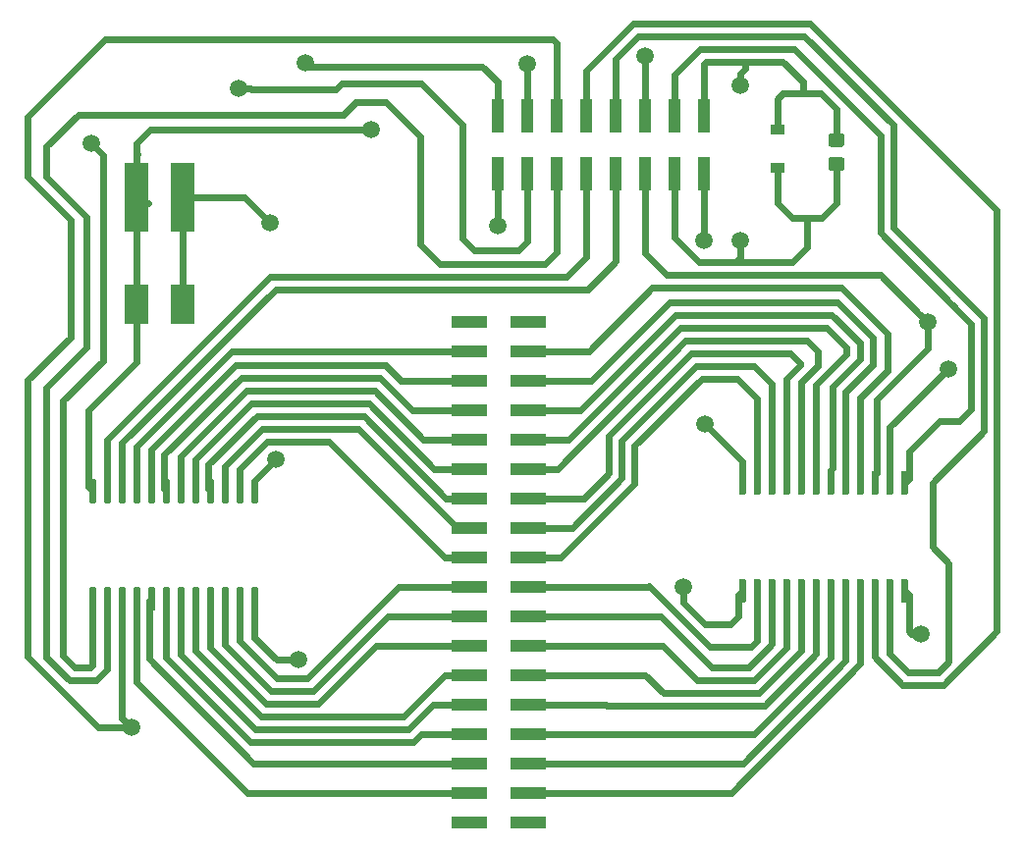
<source format=gbr>
G04 #@! TF.GenerationSoftware,KiCad,Pcbnew,5.1.2*
G04 #@! TF.CreationDate,2019-05-22T09:14:52+02:00*
G04 #@! TF.ProjectId,polythene_sensor,706f6c79-7468-4656-9e65-5f73656e736f,rev?*
G04 #@! TF.SameCoordinates,Original*
G04 #@! TF.FileFunction,Copper,L1,Top*
G04 #@! TF.FilePolarity,Positive*
%FSLAX46Y46*%
G04 Gerber Fmt 4.6, Leading zero omitted, Abs format (unit mm)*
G04 Created by KiCad (PCBNEW 5.1.2) date 2019-05-22 09:14:52*
%MOMM*%
%LPD*%
G04 APERTURE LIST*
%ADD10R,3.150000X1.000000*%
%ADD11R,2.000000X3.500000*%
%ADD12R,2.000000X6.000000*%
%ADD13C,0.100000*%
%ADD14C,0.600000*%
%ADD15R,1.200000X0.900000*%
%ADD16R,1.000000X3.000000*%
%ADD17C,1.150000*%
%ADD18C,1.500000*%
%ADD19C,0.600000*%
G04 APERTURE END LIST*
D10*
X166499300Y-73672700D03*
X171549300Y-73672700D03*
X166499300Y-76212700D03*
X171549300Y-76212700D03*
X166499300Y-78752700D03*
X171549300Y-78752700D03*
X166499300Y-81292700D03*
X171549300Y-81292700D03*
X166499300Y-83832700D03*
X171549300Y-83832700D03*
X166499300Y-86372700D03*
X171549300Y-86372700D03*
X166499300Y-88912700D03*
X171549300Y-88912700D03*
X166499300Y-91452700D03*
X171549300Y-91452700D03*
X166499300Y-93992700D03*
X171549300Y-93992700D03*
X166499300Y-96532700D03*
X171549300Y-96532700D03*
X166499300Y-99072700D03*
X171549300Y-99072700D03*
X166499300Y-101612700D03*
X171549300Y-101612700D03*
X166499300Y-104152700D03*
X171549300Y-104152700D03*
X166499300Y-106692700D03*
X171549300Y-106692700D03*
X166499300Y-109232700D03*
X171549300Y-109232700D03*
X166499300Y-111772700D03*
X171549300Y-111772700D03*
X166499300Y-114312700D03*
X171549300Y-114312700D03*
X166499300Y-116852700D03*
X171549300Y-116852700D03*
D11*
X141757400Y-72186800D03*
D12*
X141750800Y-62966400D03*
D11*
X137750800Y-72212200D03*
D12*
X137750800Y-62966400D03*
D13*
G36*
X148119703Y-87289722D02*
G01*
X148134264Y-87291882D01*
X148148543Y-87295459D01*
X148162403Y-87300418D01*
X148175710Y-87306712D01*
X148188336Y-87314280D01*
X148200159Y-87323048D01*
X148211066Y-87332934D01*
X148220952Y-87343841D01*
X148229720Y-87355664D01*
X148237288Y-87368290D01*
X148243582Y-87381597D01*
X148248541Y-87395457D01*
X148252118Y-87409736D01*
X148254278Y-87424297D01*
X148255000Y-87439000D01*
X148255000Y-89189000D01*
X148254278Y-89203703D01*
X148252118Y-89218264D01*
X148248541Y-89232543D01*
X148243582Y-89246403D01*
X148237288Y-89259710D01*
X148229720Y-89272336D01*
X148220952Y-89284159D01*
X148211066Y-89295066D01*
X148200159Y-89304952D01*
X148188336Y-89313720D01*
X148175710Y-89321288D01*
X148162403Y-89327582D01*
X148148543Y-89332541D01*
X148134264Y-89336118D01*
X148119703Y-89338278D01*
X148105000Y-89339000D01*
X147805000Y-89339000D01*
X147790297Y-89338278D01*
X147775736Y-89336118D01*
X147761457Y-89332541D01*
X147747597Y-89327582D01*
X147734290Y-89321288D01*
X147721664Y-89313720D01*
X147709841Y-89304952D01*
X147698934Y-89295066D01*
X147689048Y-89284159D01*
X147680280Y-89272336D01*
X147672712Y-89259710D01*
X147666418Y-89246403D01*
X147661459Y-89232543D01*
X147657882Y-89218264D01*
X147655722Y-89203703D01*
X147655000Y-89189000D01*
X147655000Y-87439000D01*
X147655722Y-87424297D01*
X147657882Y-87409736D01*
X147661459Y-87395457D01*
X147666418Y-87381597D01*
X147672712Y-87368290D01*
X147680280Y-87355664D01*
X147689048Y-87343841D01*
X147698934Y-87332934D01*
X147709841Y-87323048D01*
X147721664Y-87314280D01*
X147734290Y-87306712D01*
X147747597Y-87300418D01*
X147761457Y-87295459D01*
X147775736Y-87291882D01*
X147790297Y-87289722D01*
X147805000Y-87289000D01*
X148105000Y-87289000D01*
X148119703Y-87289722D01*
X148119703Y-87289722D01*
G37*
D14*
X147955000Y-88314000D03*
D13*
G36*
X146849703Y-87289722D02*
G01*
X146864264Y-87291882D01*
X146878543Y-87295459D01*
X146892403Y-87300418D01*
X146905710Y-87306712D01*
X146918336Y-87314280D01*
X146930159Y-87323048D01*
X146941066Y-87332934D01*
X146950952Y-87343841D01*
X146959720Y-87355664D01*
X146967288Y-87368290D01*
X146973582Y-87381597D01*
X146978541Y-87395457D01*
X146982118Y-87409736D01*
X146984278Y-87424297D01*
X146985000Y-87439000D01*
X146985000Y-89189000D01*
X146984278Y-89203703D01*
X146982118Y-89218264D01*
X146978541Y-89232543D01*
X146973582Y-89246403D01*
X146967288Y-89259710D01*
X146959720Y-89272336D01*
X146950952Y-89284159D01*
X146941066Y-89295066D01*
X146930159Y-89304952D01*
X146918336Y-89313720D01*
X146905710Y-89321288D01*
X146892403Y-89327582D01*
X146878543Y-89332541D01*
X146864264Y-89336118D01*
X146849703Y-89338278D01*
X146835000Y-89339000D01*
X146535000Y-89339000D01*
X146520297Y-89338278D01*
X146505736Y-89336118D01*
X146491457Y-89332541D01*
X146477597Y-89327582D01*
X146464290Y-89321288D01*
X146451664Y-89313720D01*
X146439841Y-89304952D01*
X146428934Y-89295066D01*
X146419048Y-89284159D01*
X146410280Y-89272336D01*
X146402712Y-89259710D01*
X146396418Y-89246403D01*
X146391459Y-89232543D01*
X146387882Y-89218264D01*
X146385722Y-89203703D01*
X146385000Y-89189000D01*
X146385000Y-87439000D01*
X146385722Y-87424297D01*
X146387882Y-87409736D01*
X146391459Y-87395457D01*
X146396418Y-87381597D01*
X146402712Y-87368290D01*
X146410280Y-87355664D01*
X146419048Y-87343841D01*
X146428934Y-87332934D01*
X146439841Y-87323048D01*
X146451664Y-87314280D01*
X146464290Y-87306712D01*
X146477597Y-87300418D01*
X146491457Y-87295459D01*
X146505736Y-87291882D01*
X146520297Y-87289722D01*
X146535000Y-87289000D01*
X146835000Y-87289000D01*
X146849703Y-87289722D01*
X146849703Y-87289722D01*
G37*
D14*
X146685000Y-88314000D03*
D13*
G36*
X145579703Y-87289722D02*
G01*
X145594264Y-87291882D01*
X145608543Y-87295459D01*
X145622403Y-87300418D01*
X145635710Y-87306712D01*
X145648336Y-87314280D01*
X145660159Y-87323048D01*
X145671066Y-87332934D01*
X145680952Y-87343841D01*
X145689720Y-87355664D01*
X145697288Y-87368290D01*
X145703582Y-87381597D01*
X145708541Y-87395457D01*
X145712118Y-87409736D01*
X145714278Y-87424297D01*
X145715000Y-87439000D01*
X145715000Y-89189000D01*
X145714278Y-89203703D01*
X145712118Y-89218264D01*
X145708541Y-89232543D01*
X145703582Y-89246403D01*
X145697288Y-89259710D01*
X145689720Y-89272336D01*
X145680952Y-89284159D01*
X145671066Y-89295066D01*
X145660159Y-89304952D01*
X145648336Y-89313720D01*
X145635710Y-89321288D01*
X145622403Y-89327582D01*
X145608543Y-89332541D01*
X145594264Y-89336118D01*
X145579703Y-89338278D01*
X145565000Y-89339000D01*
X145265000Y-89339000D01*
X145250297Y-89338278D01*
X145235736Y-89336118D01*
X145221457Y-89332541D01*
X145207597Y-89327582D01*
X145194290Y-89321288D01*
X145181664Y-89313720D01*
X145169841Y-89304952D01*
X145158934Y-89295066D01*
X145149048Y-89284159D01*
X145140280Y-89272336D01*
X145132712Y-89259710D01*
X145126418Y-89246403D01*
X145121459Y-89232543D01*
X145117882Y-89218264D01*
X145115722Y-89203703D01*
X145115000Y-89189000D01*
X145115000Y-87439000D01*
X145115722Y-87424297D01*
X145117882Y-87409736D01*
X145121459Y-87395457D01*
X145126418Y-87381597D01*
X145132712Y-87368290D01*
X145140280Y-87355664D01*
X145149048Y-87343841D01*
X145158934Y-87332934D01*
X145169841Y-87323048D01*
X145181664Y-87314280D01*
X145194290Y-87306712D01*
X145207597Y-87300418D01*
X145221457Y-87295459D01*
X145235736Y-87291882D01*
X145250297Y-87289722D01*
X145265000Y-87289000D01*
X145565000Y-87289000D01*
X145579703Y-87289722D01*
X145579703Y-87289722D01*
G37*
D14*
X145415000Y-88314000D03*
D13*
G36*
X144309703Y-87289722D02*
G01*
X144324264Y-87291882D01*
X144338543Y-87295459D01*
X144352403Y-87300418D01*
X144365710Y-87306712D01*
X144378336Y-87314280D01*
X144390159Y-87323048D01*
X144401066Y-87332934D01*
X144410952Y-87343841D01*
X144419720Y-87355664D01*
X144427288Y-87368290D01*
X144433582Y-87381597D01*
X144438541Y-87395457D01*
X144442118Y-87409736D01*
X144444278Y-87424297D01*
X144445000Y-87439000D01*
X144445000Y-89189000D01*
X144444278Y-89203703D01*
X144442118Y-89218264D01*
X144438541Y-89232543D01*
X144433582Y-89246403D01*
X144427288Y-89259710D01*
X144419720Y-89272336D01*
X144410952Y-89284159D01*
X144401066Y-89295066D01*
X144390159Y-89304952D01*
X144378336Y-89313720D01*
X144365710Y-89321288D01*
X144352403Y-89327582D01*
X144338543Y-89332541D01*
X144324264Y-89336118D01*
X144309703Y-89338278D01*
X144295000Y-89339000D01*
X143995000Y-89339000D01*
X143980297Y-89338278D01*
X143965736Y-89336118D01*
X143951457Y-89332541D01*
X143937597Y-89327582D01*
X143924290Y-89321288D01*
X143911664Y-89313720D01*
X143899841Y-89304952D01*
X143888934Y-89295066D01*
X143879048Y-89284159D01*
X143870280Y-89272336D01*
X143862712Y-89259710D01*
X143856418Y-89246403D01*
X143851459Y-89232543D01*
X143847882Y-89218264D01*
X143845722Y-89203703D01*
X143845000Y-89189000D01*
X143845000Y-87439000D01*
X143845722Y-87424297D01*
X143847882Y-87409736D01*
X143851459Y-87395457D01*
X143856418Y-87381597D01*
X143862712Y-87368290D01*
X143870280Y-87355664D01*
X143879048Y-87343841D01*
X143888934Y-87332934D01*
X143899841Y-87323048D01*
X143911664Y-87314280D01*
X143924290Y-87306712D01*
X143937597Y-87300418D01*
X143951457Y-87295459D01*
X143965736Y-87291882D01*
X143980297Y-87289722D01*
X143995000Y-87289000D01*
X144295000Y-87289000D01*
X144309703Y-87289722D01*
X144309703Y-87289722D01*
G37*
D14*
X144145000Y-88314000D03*
D13*
G36*
X143039703Y-87289722D02*
G01*
X143054264Y-87291882D01*
X143068543Y-87295459D01*
X143082403Y-87300418D01*
X143095710Y-87306712D01*
X143108336Y-87314280D01*
X143120159Y-87323048D01*
X143131066Y-87332934D01*
X143140952Y-87343841D01*
X143149720Y-87355664D01*
X143157288Y-87368290D01*
X143163582Y-87381597D01*
X143168541Y-87395457D01*
X143172118Y-87409736D01*
X143174278Y-87424297D01*
X143175000Y-87439000D01*
X143175000Y-89189000D01*
X143174278Y-89203703D01*
X143172118Y-89218264D01*
X143168541Y-89232543D01*
X143163582Y-89246403D01*
X143157288Y-89259710D01*
X143149720Y-89272336D01*
X143140952Y-89284159D01*
X143131066Y-89295066D01*
X143120159Y-89304952D01*
X143108336Y-89313720D01*
X143095710Y-89321288D01*
X143082403Y-89327582D01*
X143068543Y-89332541D01*
X143054264Y-89336118D01*
X143039703Y-89338278D01*
X143025000Y-89339000D01*
X142725000Y-89339000D01*
X142710297Y-89338278D01*
X142695736Y-89336118D01*
X142681457Y-89332541D01*
X142667597Y-89327582D01*
X142654290Y-89321288D01*
X142641664Y-89313720D01*
X142629841Y-89304952D01*
X142618934Y-89295066D01*
X142609048Y-89284159D01*
X142600280Y-89272336D01*
X142592712Y-89259710D01*
X142586418Y-89246403D01*
X142581459Y-89232543D01*
X142577882Y-89218264D01*
X142575722Y-89203703D01*
X142575000Y-89189000D01*
X142575000Y-87439000D01*
X142575722Y-87424297D01*
X142577882Y-87409736D01*
X142581459Y-87395457D01*
X142586418Y-87381597D01*
X142592712Y-87368290D01*
X142600280Y-87355664D01*
X142609048Y-87343841D01*
X142618934Y-87332934D01*
X142629841Y-87323048D01*
X142641664Y-87314280D01*
X142654290Y-87306712D01*
X142667597Y-87300418D01*
X142681457Y-87295459D01*
X142695736Y-87291882D01*
X142710297Y-87289722D01*
X142725000Y-87289000D01*
X143025000Y-87289000D01*
X143039703Y-87289722D01*
X143039703Y-87289722D01*
G37*
D14*
X142875000Y-88314000D03*
D13*
G36*
X141769703Y-87289722D02*
G01*
X141784264Y-87291882D01*
X141798543Y-87295459D01*
X141812403Y-87300418D01*
X141825710Y-87306712D01*
X141838336Y-87314280D01*
X141850159Y-87323048D01*
X141861066Y-87332934D01*
X141870952Y-87343841D01*
X141879720Y-87355664D01*
X141887288Y-87368290D01*
X141893582Y-87381597D01*
X141898541Y-87395457D01*
X141902118Y-87409736D01*
X141904278Y-87424297D01*
X141905000Y-87439000D01*
X141905000Y-89189000D01*
X141904278Y-89203703D01*
X141902118Y-89218264D01*
X141898541Y-89232543D01*
X141893582Y-89246403D01*
X141887288Y-89259710D01*
X141879720Y-89272336D01*
X141870952Y-89284159D01*
X141861066Y-89295066D01*
X141850159Y-89304952D01*
X141838336Y-89313720D01*
X141825710Y-89321288D01*
X141812403Y-89327582D01*
X141798543Y-89332541D01*
X141784264Y-89336118D01*
X141769703Y-89338278D01*
X141755000Y-89339000D01*
X141455000Y-89339000D01*
X141440297Y-89338278D01*
X141425736Y-89336118D01*
X141411457Y-89332541D01*
X141397597Y-89327582D01*
X141384290Y-89321288D01*
X141371664Y-89313720D01*
X141359841Y-89304952D01*
X141348934Y-89295066D01*
X141339048Y-89284159D01*
X141330280Y-89272336D01*
X141322712Y-89259710D01*
X141316418Y-89246403D01*
X141311459Y-89232543D01*
X141307882Y-89218264D01*
X141305722Y-89203703D01*
X141305000Y-89189000D01*
X141305000Y-87439000D01*
X141305722Y-87424297D01*
X141307882Y-87409736D01*
X141311459Y-87395457D01*
X141316418Y-87381597D01*
X141322712Y-87368290D01*
X141330280Y-87355664D01*
X141339048Y-87343841D01*
X141348934Y-87332934D01*
X141359841Y-87323048D01*
X141371664Y-87314280D01*
X141384290Y-87306712D01*
X141397597Y-87300418D01*
X141411457Y-87295459D01*
X141425736Y-87291882D01*
X141440297Y-87289722D01*
X141455000Y-87289000D01*
X141755000Y-87289000D01*
X141769703Y-87289722D01*
X141769703Y-87289722D01*
G37*
D14*
X141605000Y-88314000D03*
D13*
G36*
X140499703Y-87289722D02*
G01*
X140514264Y-87291882D01*
X140528543Y-87295459D01*
X140542403Y-87300418D01*
X140555710Y-87306712D01*
X140568336Y-87314280D01*
X140580159Y-87323048D01*
X140591066Y-87332934D01*
X140600952Y-87343841D01*
X140609720Y-87355664D01*
X140617288Y-87368290D01*
X140623582Y-87381597D01*
X140628541Y-87395457D01*
X140632118Y-87409736D01*
X140634278Y-87424297D01*
X140635000Y-87439000D01*
X140635000Y-89189000D01*
X140634278Y-89203703D01*
X140632118Y-89218264D01*
X140628541Y-89232543D01*
X140623582Y-89246403D01*
X140617288Y-89259710D01*
X140609720Y-89272336D01*
X140600952Y-89284159D01*
X140591066Y-89295066D01*
X140580159Y-89304952D01*
X140568336Y-89313720D01*
X140555710Y-89321288D01*
X140542403Y-89327582D01*
X140528543Y-89332541D01*
X140514264Y-89336118D01*
X140499703Y-89338278D01*
X140485000Y-89339000D01*
X140185000Y-89339000D01*
X140170297Y-89338278D01*
X140155736Y-89336118D01*
X140141457Y-89332541D01*
X140127597Y-89327582D01*
X140114290Y-89321288D01*
X140101664Y-89313720D01*
X140089841Y-89304952D01*
X140078934Y-89295066D01*
X140069048Y-89284159D01*
X140060280Y-89272336D01*
X140052712Y-89259710D01*
X140046418Y-89246403D01*
X140041459Y-89232543D01*
X140037882Y-89218264D01*
X140035722Y-89203703D01*
X140035000Y-89189000D01*
X140035000Y-87439000D01*
X140035722Y-87424297D01*
X140037882Y-87409736D01*
X140041459Y-87395457D01*
X140046418Y-87381597D01*
X140052712Y-87368290D01*
X140060280Y-87355664D01*
X140069048Y-87343841D01*
X140078934Y-87332934D01*
X140089841Y-87323048D01*
X140101664Y-87314280D01*
X140114290Y-87306712D01*
X140127597Y-87300418D01*
X140141457Y-87295459D01*
X140155736Y-87291882D01*
X140170297Y-87289722D01*
X140185000Y-87289000D01*
X140485000Y-87289000D01*
X140499703Y-87289722D01*
X140499703Y-87289722D01*
G37*
D14*
X140335000Y-88314000D03*
D13*
G36*
X139229703Y-87289722D02*
G01*
X139244264Y-87291882D01*
X139258543Y-87295459D01*
X139272403Y-87300418D01*
X139285710Y-87306712D01*
X139298336Y-87314280D01*
X139310159Y-87323048D01*
X139321066Y-87332934D01*
X139330952Y-87343841D01*
X139339720Y-87355664D01*
X139347288Y-87368290D01*
X139353582Y-87381597D01*
X139358541Y-87395457D01*
X139362118Y-87409736D01*
X139364278Y-87424297D01*
X139365000Y-87439000D01*
X139365000Y-89189000D01*
X139364278Y-89203703D01*
X139362118Y-89218264D01*
X139358541Y-89232543D01*
X139353582Y-89246403D01*
X139347288Y-89259710D01*
X139339720Y-89272336D01*
X139330952Y-89284159D01*
X139321066Y-89295066D01*
X139310159Y-89304952D01*
X139298336Y-89313720D01*
X139285710Y-89321288D01*
X139272403Y-89327582D01*
X139258543Y-89332541D01*
X139244264Y-89336118D01*
X139229703Y-89338278D01*
X139215000Y-89339000D01*
X138915000Y-89339000D01*
X138900297Y-89338278D01*
X138885736Y-89336118D01*
X138871457Y-89332541D01*
X138857597Y-89327582D01*
X138844290Y-89321288D01*
X138831664Y-89313720D01*
X138819841Y-89304952D01*
X138808934Y-89295066D01*
X138799048Y-89284159D01*
X138790280Y-89272336D01*
X138782712Y-89259710D01*
X138776418Y-89246403D01*
X138771459Y-89232543D01*
X138767882Y-89218264D01*
X138765722Y-89203703D01*
X138765000Y-89189000D01*
X138765000Y-87439000D01*
X138765722Y-87424297D01*
X138767882Y-87409736D01*
X138771459Y-87395457D01*
X138776418Y-87381597D01*
X138782712Y-87368290D01*
X138790280Y-87355664D01*
X138799048Y-87343841D01*
X138808934Y-87332934D01*
X138819841Y-87323048D01*
X138831664Y-87314280D01*
X138844290Y-87306712D01*
X138857597Y-87300418D01*
X138871457Y-87295459D01*
X138885736Y-87291882D01*
X138900297Y-87289722D01*
X138915000Y-87289000D01*
X139215000Y-87289000D01*
X139229703Y-87289722D01*
X139229703Y-87289722D01*
G37*
D14*
X139065000Y-88314000D03*
D13*
G36*
X137959703Y-87289722D02*
G01*
X137974264Y-87291882D01*
X137988543Y-87295459D01*
X138002403Y-87300418D01*
X138015710Y-87306712D01*
X138028336Y-87314280D01*
X138040159Y-87323048D01*
X138051066Y-87332934D01*
X138060952Y-87343841D01*
X138069720Y-87355664D01*
X138077288Y-87368290D01*
X138083582Y-87381597D01*
X138088541Y-87395457D01*
X138092118Y-87409736D01*
X138094278Y-87424297D01*
X138095000Y-87439000D01*
X138095000Y-89189000D01*
X138094278Y-89203703D01*
X138092118Y-89218264D01*
X138088541Y-89232543D01*
X138083582Y-89246403D01*
X138077288Y-89259710D01*
X138069720Y-89272336D01*
X138060952Y-89284159D01*
X138051066Y-89295066D01*
X138040159Y-89304952D01*
X138028336Y-89313720D01*
X138015710Y-89321288D01*
X138002403Y-89327582D01*
X137988543Y-89332541D01*
X137974264Y-89336118D01*
X137959703Y-89338278D01*
X137945000Y-89339000D01*
X137645000Y-89339000D01*
X137630297Y-89338278D01*
X137615736Y-89336118D01*
X137601457Y-89332541D01*
X137587597Y-89327582D01*
X137574290Y-89321288D01*
X137561664Y-89313720D01*
X137549841Y-89304952D01*
X137538934Y-89295066D01*
X137529048Y-89284159D01*
X137520280Y-89272336D01*
X137512712Y-89259710D01*
X137506418Y-89246403D01*
X137501459Y-89232543D01*
X137497882Y-89218264D01*
X137495722Y-89203703D01*
X137495000Y-89189000D01*
X137495000Y-87439000D01*
X137495722Y-87424297D01*
X137497882Y-87409736D01*
X137501459Y-87395457D01*
X137506418Y-87381597D01*
X137512712Y-87368290D01*
X137520280Y-87355664D01*
X137529048Y-87343841D01*
X137538934Y-87332934D01*
X137549841Y-87323048D01*
X137561664Y-87314280D01*
X137574290Y-87306712D01*
X137587597Y-87300418D01*
X137601457Y-87295459D01*
X137615736Y-87291882D01*
X137630297Y-87289722D01*
X137645000Y-87289000D01*
X137945000Y-87289000D01*
X137959703Y-87289722D01*
X137959703Y-87289722D01*
G37*
D14*
X137795000Y-88314000D03*
D13*
G36*
X136689703Y-87289722D02*
G01*
X136704264Y-87291882D01*
X136718543Y-87295459D01*
X136732403Y-87300418D01*
X136745710Y-87306712D01*
X136758336Y-87314280D01*
X136770159Y-87323048D01*
X136781066Y-87332934D01*
X136790952Y-87343841D01*
X136799720Y-87355664D01*
X136807288Y-87368290D01*
X136813582Y-87381597D01*
X136818541Y-87395457D01*
X136822118Y-87409736D01*
X136824278Y-87424297D01*
X136825000Y-87439000D01*
X136825000Y-89189000D01*
X136824278Y-89203703D01*
X136822118Y-89218264D01*
X136818541Y-89232543D01*
X136813582Y-89246403D01*
X136807288Y-89259710D01*
X136799720Y-89272336D01*
X136790952Y-89284159D01*
X136781066Y-89295066D01*
X136770159Y-89304952D01*
X136758336Y-89313720D01*
X136745710Y-89321288D01*
X136732403Y-89327582D01*
X136718543Y-89332541D01*
X136704264Y-89336118D01*
X136689703Y-89338278D01*
X136675000Y-89339000D01*
X136375000Y-89339000D01*
X136360297Y-89338278D01*
X136345736Y-89336118D01*
X136331457Y-89332541D01*
X136317597Y-89327582D01*
X136304290Y-89321288D01*
X136291664Y-89313720D01*
X136279841Y-89304952D01*
X136268934Y-89295066D01*
X136259048Y-89284159D01*
X136250280Y-89272336D01*
X136242712Y-89259710D01*
X136236418Y-89246403D01*
X136231459Y-89232543D01*
X136227882Y-89218264D01*
X136225722Y-89203703D01*
X136225000Y-89189000D01*
X136225000Y-87439000D01*
X136225722Y-87424297D01*
X136227882Y-87409736D01*
X136231459Y-87395457D01*
X136236418Y-87381597D01*
X136242712Y-87368290D01*
X136250280Y-87355664D01*
X136259048Y-87343841D01*
X136268934Y-87332934D01*
X136279841Y-87323048D01*
X136291664Y-87314280D01*
X136304290Y-87306712D01*
X136317597Y-87300418D01*
X136331457Y-87295459D01*
X136345736Y-87291882D01*
X136360297Y-87289722D01*
X136375000Y-87289000D01*
X136675000Y-87289000D01*
X136689703Y-87289722D01*
X136689703Y-87289722D01*
G37*
D14*
X136525000Y-88314000D03*
D13*
G36*
X135419703Y-87289722D02*
G01*
X135434264Y-87291882D01*
X135448543Y-87295459D01*
X135462403Y-87300418D01*
X135475710Y-87306712D01*
X135488336Y-87314280D01*
X135500159Y-87323048D01*
X135511066Y-87332934D01*
X135520952Y-87343841D01*
X135529720Y-87355664D01*
X135537288Y-87368290D01*
X135543582Y-87381597D01*
X135548541Y-87395457D01*
X135552118Y-87409736D01*
X135554278Y-87424297D01*
X135555000Y-87439000D01*
X135555000Y-89189000D01*
X135554278Y-89203703D01*
X135552118Y-89218264D01*
X135548541Y-89232543D01*
X135543582Y-89246403D01*
X135537288Y-89259710D01*
X135529720Y-89272336D01*
X135520952Y-89284159D01*
X135511066Y-89295066D01*
X135500159Y-89304952D01*
X135488336Y-89313720D01*
X135475710Y-89321288D01*
X135462403Y-89327582D01*
X135448543Y-89332541D01*
X135434264Y-89336118D01*
X135419703Y-89338278D01*
X135405000Y-89339000D01*
X135105000Y-89339000D01*
X135090297Y-89338278D01*
X135075736Y-89336118D01*
X135061457Y-89332541D01*
X135047597Y-89327582D01*
X135034290Y-89321288D01*
X135021664Y-89313720D01*
X135009841Y-89304952D01*
X134998934Y-89295066D01*
X134989048Y-89284159D01*
X134980280Y-89272336D01*
X134972712Y-89259710D01*
X134966418Y-89246403D01*
X134961459Y-89232543D01*
X134957882Y-89218264D01*
X134955722Y-89203703D01*
X134955000Y-89189000D01*
X134955000Y-87439000D01*
X134955722Y-87424297D01*
X134957882Y-87409736D01*
X134961459Y-87395457D01*
X134966418Y-87381597D01*
X134972712Y-87368290D01*
X134980280Y-87355664D01*
X134989048Y-87343841D01*
X134998934Y-87332934D01*
X135009841Y-87323048D01*
X135021664Y-87314280D01*
X135034290Y-87306712D01*
X135047597Y-87300418D01*
X135061457Y-87295459D01*
X135075736Y-87291882D01*
X135090297Y-87289722D01*
X135105000Y-87289000D01*
X135405000Y-87289000D01*
X135419703Y-87289722D01*
X135419703Y-87289722D01*
G37*
D14*
X135255000Y-88314000D03*
D13*
G36*
X134149703Y-87289722D02*
G01*
X134164264Y-87291882D01*
X134178543Y-87295459D01*
X134192403Y-87300418D01*
X134205710Y-87306712D01*
X134218336Y-87314280D01*
X134230159Y-87323048D01*
X134241066Y-87332934D01*
X134250952Y-87343841D01*
X134259720Y-87355664D01*
X134267288Y-87368290D01*
X134273582Y-87381597D01*
X134278541Y-87395457D01*
X134282118Y-87409736D01*
X134284278Y-87424297D01*
X134285000Y-87439000D01*
X134285000Y-89189000D01*
X134284278Y-89203703D01*
X134282118Y-89218264D01*
X134278541Y-89232543D01*
X134273582Y-89246403D01*
X134267288Y-89259710D01*
X134259720Y-89272336D01*
X134250952Y-89284159D01*
X134241066Y-89295066D01*
X134230159Y-89304952D01*
X134218336Y-89313720D01*
X134205710Y-89321288D01*
X134192403Y-89327582D01*
X134178543Y-89332541D01*
X134164264Y-89336118D01*
X134149703Y-89338278D01*
X134135000Y-89339000D01*
X133835000Y-89339000D01*
X133820297Y-89338278D01*
X133805736Y-89336118D01*
X133791457Y-89332541D01*
X133777597Y-89327582D01*
X133764290Y-89321288D01*
X133751664Y-89313720D01*
X133739841Y-89304952D01*
X133728934Y-89295066D01*
X133719048Y-89284159D01*
X133710280Y-89272336D01*
X133702712Y-89259710D01*
X133696418Y-89246403D01*
X133691459Y-89232543D01*
X133687882Y-89218264D01*
X133685722Y-89203703D01*
X133685000Y-89189000D01*
X133685000Y-87439000D01*
X133685722Y-87424297D01*
X133687882Y-87409736D01*
X133691459Y-87395457D01*
X133696418Y-87381597D01*
X133702712Y-87368290D01*
X133710280Y-87355664D01*
X133719048Y-87343841D01*
X133728934Y-87332934D01*
X133739841Y-87323048D01*
X133751664Y-87314280D01*
X133764290Y-87306712D01*
X133777597Y-87300418D01*
X133791457Y-87295459D01*
X133805736Y-87291882D01*
X133820297Y-87289722D01*
X133835000Y-87289000D01*
X134135000Y-87289000D01*
X134149703Y-87289722D01*
X134149703Y-87289722D01*
G37*
D14*
X133985000Y-88314000D03*
D13*
G36*
X134149703Y-96589722D02*
G01*
X134164264Y-96591882D01*
X134178543Y-96595459D01*
X134192403Y-96600418D01*
X134205710Y-96606712D01*
X134218336Y-96614280D01*
X134230159Y-96623048D01*
X134241066Y-96632934D01*
X134250952Y-96643841D01*
X134259720Y-96655664D01*
X134267288Y-96668290D01*
X134273582Y-96681597D01*
X134278541Y-96695457D01*
X134282118Y-96709736D01*
X134284278Y-96724297D01*
X134285000Y-96739000D01*
X134285000Y-98489000D01*
X134284278Y-98503703D01*
X134282118Y-98518264D01*
X134278541Y-98532543D01*
X134273582Y-98546403D01*
X134267288Y-98559710D01*
X134259720Y-98572336D01*
X134250952Y-98584159D01*
X134241066Y-98595066D01*
X134230159Y-98604952D01*
X134218336Y-98613720D01*
X134205710Y-98621288D01*
X134192403Y-98627582D01*
X134178543Y-98632541D01*
X134164264Y-98636118D01*
X134149703Y-98638278D01*
X134135000Y-98639000D01*
X133835000Y-98639000D01*
X133820297Y-98638278D01*
X133805736Y-98636118D01*
X133791457Y-98632541D01*
X133777597Y-98627582D01*
X133764290Y-98621288D01*
X133751664Y-98613720D01*
X133739841Y-98604952D01*
X133728934Y-98595066D01*
X133719048Y-98584159D01*
X133710280Y-98572336D01*
X133702712Y-98559710D01*
X133696418Y-98546403D01*
X133691459Y-98532543D01*
X133687882Y-98518264D01*
X133685722Y-98503703D01*
X133685000Y-98489000D01*
X133685000Y-96739000D01*
X133685722Y-96724297D01*
X133687882Y-96709736D01*
X133691459Y-96695457D01*
X133696418Y-96681597D01*
X133702712Y-96668290D01*
X133710280Y-96655664D01*
X133719048Y-96643841D01*
X133728934Y-96632934D01*
X133739841Y-96623048D01*
X133751664Y-96614280D01*
X133764290Y-96606712D01*
X133777597Y-96600418D01*
X133791457Y-96595459D01*
X133805736Y-96591882D01*
X133820297Y-96589722D01*
X133835000Y-96589000D01*
X134135000Y-96589000D01*
X134149703Y-96589722D01*
X134149703Y-96589722D01*
G37*
D14*
X133985000Y-97614000D03*
D13*
G36*
X135419703Y-96589722D02*
G01*
X135434264Y-96591882D01*
X135448543Y-96595459D01*
X135462403Y-96600418D01*
X135475710Y-96606712D01*
X135488336Y-96614280D01*
X135500159Y-96623048D01*
X135511066Y-96632934D01*
X135520952Y-96643841D01*
X135529720Y-96655664D01*
X135537288Y-96668290D01*
X135543582Y-96681597D01*
X135548541Y-96695457D01*
X135552118Y-96709736D01*
X135554278Y-96724297D01*
X135555000Y-96739000D01*
X135555000Y-98489000D01*
X135554278Y-98503703D01*
X135552118Y-98518264D01*
X135548541Y-98532543D01*
X135543582Y-98546403D01*
X135537288Y-98559710D01*
X135529720Y-98572336D01*
X135520952Y-98584159D01*
X135511066Y-98595066D01*
X135500159Y-98604952D01*
X135488336Y-98613720D01*
X135475710Y-98621288D01*
X135462403Y-98627582D01*
X135448543Y-98632541D01*
X135434264Y-98636118D01*
X135419703Y-98638278D01*
X135405000Y-98639000D01*
X135105000Y-98639000D01*
X135090297Y-98638278D01*
X135075736Y-98636118D01*
X135061457Y-98632541D01*
X135047597Y-98627582D01*
X135034290Y-98621288D01*
X135021664Y-98613720D01*
X135009841Y-98604952D01*
X134998934Y-98595066D01*
X134989048Y-98584159D01*
X134980280Y-98572336D01*
X134972712Y-98559710D01*
X134966418Y-98546403D01*
X134961459Y-98532543D01*
X134957882Y-98518264D01*
X134955722Y-98503703D01*
X134955000Y-98489000D01*
X134955000Y-96739000D01*
X134955722Y-96724297D01*
X134957882Y-96709736D01*
X134961459Y-96695457D01*
X134966418Y-96681597D01*
X134972712Y-96668290D01*
X134980280Y-96655664D01*
X134989048Y-96643841D01*
X134998934Y-96632934D01*
X135009841Y-96623048D01*
X135021664Y-96614280D01*
X135034290Y-96606712D01*
X135047597Y-96600418D01*
X135061457Y-96595459D01*
X135075736Y-96591882D01*
X135090297Y-96589722D01*
X135105000Y-96589000D01*
X135405000Y-96589000D01*
X135419703Y-96589722D01*
X135419703Y-96589722D01*
G37*
D14*
X135255000Y-97614000D03*
D13*
G36*
X136689703Y-96589722D02*
G01*
X136704264Y-96591882D01*
X136718543Y-96595459D01*
X136732403Y-96600418D01*
X136745710Y-96606712D01*
X136758336Y-96614280D01*
X136770159Y-96623048D01*
X136781066Y-96632934D01*
X136790952Y-96643841D01*
X136799720Y-96655664D01*
X136807288Y-96668290D01*
X136813582Y-96681597D01*
X136818541Y-96695457D01*
X136822118Y-96709736D01*
X136824278Y-96724297D01*
X136825000Y-96739000D01*
X136825000Y-98489000D01*
X136824278Y-98503703D01*
X136822118Y-98518264D01*
X136818541Y-98532543D01*
X136813582Y-98546403D01*
X136807288Y-98559710D01*
X136799720Y-98572336D01*
X136790952Y-98584159D01*
X136781066Y-98595066D01*
X136770159Y-98604952D01*
X136758336Y-98613720D01*
X136745710Y-98621288D01*
X136732403Y-98627582D01*
X136718543Y-98632541D01*
X136704264Y-98636118D01*
X136689703Y-98638278D01*
X136675000Y-98639000D01*
X136375000Y-98639000D01*
X136360297Y-98638278D01*
X136345736Y-98636118D01*
X136331457Y-98632541D01*
X136317597Y-98627582D01*
X136304290Y-98621288D01*
X136291664Y-98613720D01*
X136279841Y-98604952D01*
X136268934Y-98595066D01*
X136259048Y-98584159D01*
X136250280Y-98572336D01*
X136242712Y-98559710D01*
X136236418Y-98546403D01*
X136231459Y-98532543D01*
X136227882Y-98518264D01*
X136225722Y-98503703D01*
X136225000Y-98489000D01*
X136225000Y-96739000D01*
X136225722Y-96724297D01*
X136227882Y-96709736D01*
X136231459Y-96695457D01*
X136236418Y-96681597D01*
X136242712Y-96668290D01*
X136250280Y-96655664D01*
X136259048Y-96643841D01*
X136268934Y-96632934D01*
X136279841Y-96623048D01*
X136291664Y-96614280D01*
X136304290Y-96606712D01*
X136317597Y-96600418D01*
X136331457Y-96595459D01*
X136345736Y-96591882D01*
X136360297Y-96589722D01*
X136375000Y-96589000D01*
X136675000Y-96589000D01*
X136689703Y-96589722D01*
X136689703Y-96589722D01*
G37*
D14*
X136525000Y-97614000D03*
D13*
G36*
X137959703Y-96589722D02*
G01*
X137974264Y-96591882D01*
X137988543Y-96595459D01*
X138002403Y-96600418D01*
X138015710Y-96606712D01*
X138028336Y-96614280D01*
X138040159Y-96623048D01*
X138051066Y-96632934D01*
X138060952Y-96643841D01*
X138069720Y-96655664D01*
X138077288Y-96668290D01*
X138083582Y-96681597D01*
X138088541Y-96695457D01*
X138092118Y-96709736D01*
X138094278Y-96724297D01*
X138095000Y-96739000D01*
X138095000Y-98489000D01*
X138094278Y-98503703D01*
X138092118Y-98518264D01*
X138088541Y-98532543D01*
X138083582Y-98546403D01*
X138077288Y-98559710D01*
X138069720Y-98572336D01*
X138060952Y-98584159D01*
X138051066Y-98595066D01*
X138040159Y-98604952D01*
X138028336Y-98613720D01*
X138015710Y-98621288D01*
X138002403Y-98627582D01*
X137988543Y-98632541D01*
X137974264Y-98636118D01*
X137959703Y-98638278D01*
X137945000Y-98639000D01*
X137645000Y-98639000D01*
X137630297Y-98638278D01*
X137615736Y-98636118D01*
X137601457Y-98632541D01*
X137587597Y-98627582D01*
X137574290Y-98621288D01*
X137561664Y-98613720D01*
X137549841Y-98604952D01*
X137538934Y-98595066D01*
X137529048Y-98584159D01*
X137520280Y-98572336D01*
X137512712Y-98559710D01*
X137506418Y-98546403D01*
X137501459Y-98532543D01*
X137497882Y-98518264D01*
X137495722Y-98503703D01*
X137495000Y-98489000D01*
X137495000Y-96739000D01*
X137495722Y-96724297D01*
X137497882Y-96709736D01*
X137501459Y-96695457D01*
X137506418Y-96681597D01*
X137512712Y-96668290D01*
X137520280Y-96655664D01*
X137529048Y-96643841D01*
X137538934Y-96632934D01*
X137549841Y-96623048D01*
X137561664Y-96614280D01*
X137574290Y-96606712D01*
X137587597Y-96600418D01*
X137601457Y-96595459D01*
X137615736Y-96591882D01*
X137630297Y-96589722D01*
X137645000Y-96589000D01*
X137945000Y-96589000D01*
X137959703Y-96589722D01*
X137959703Y-96589722D01*
G37*
D14*
X137795000Y-97614000D03*
D13*
G36*
X139229703Y-96589722D02*
G01*
X139244264Y-96591882D01*
X139258543Y-96595459D01*
X139272403Y-96600418D01*
X139285710Y-96606712D01*
X139298336Y-96614280D01*
X139310159Y-96623048D01*
X139321066Y-96632934D01*
X139330952Y-96643841D01*
X139339720Y-96655664D01*
X139347288Y-96668290D01*
X139353582Y-96681597D01*
X139358541Y-96695457D01*
X139362118Y-96709736D01*
X139364278Y-96724297D01*
X139365000Y-96739000D01*
X139365000Y-98489000D01*
X139364278Y-98503703D01*
X139362118Y-98518264D01*
X139358541Y-98532543D01*
X139353582Y-98546403D01*
X139347288Y-98559710D01*
X139339720Y-98572336D01*
X139330952Y-98584159D01*
X139321066Y-98595066D01*
X139310159Y-98604952D01*
X139298336Y-98613720D01*
X139285710Y-98621288D01*
X139272403Y-98627582D01*
X139258543Y-98632541D01*
X139244264Y-98636118D01*
X139229703Y-98638278D01*
X139215000Y-98639000D01*
X138915000Y-98639000D01*
X138900297Y-98638278D01*
X138885736Y-98636118D01*
X138871457Y-98632541D01*
X138857597Y-98627582D01*
X138844290Y-98621288D01*
X138831664Y-98613720D01*
X138819841Y-98604952D01*
X138808934Y-98595066D01*
X138799048Y-98584159D01*
X138790280Y-98572336D01*
X138782712Y-98559710D01*
X138776418Y-98546403D01*
X138771459Y-98532543D01*
X138767882Y-98518264D01*
X138765722Y-98503703D01*
X138765000Y-98489000D01*
X138765000Y-96739000D01*
X138765722Y-96724297D01*
X138767882Y-96709736D01*
X138771459Y-96695457D01*
X138776418Y-96681597D01*
X138782712Y-96668290D01*
X138790280Y-96655664D01*
X138799048Y-96643841D01*
X138808934Y-96632934D01*
X138819841Y-96623048D01*
X138831664Y-96614280D01*
X138844290Y-96606712D01*
X138857597Y-96600418D01*
X138871457Y-96595459D01*
X138885736Y-96591882D01*
X138900297Y-96589722D01*
X138915000Y-96589000D01*
X139215000Y-96589000D01*
X139229703Y-96589722D01*
X139229703Y-96589722D01*
G37*
D14*
X139065000Y-97614000D03*
D13*
G36*
X140499703Y-96589722D02*
G01*
X140514264Y-96591882D01*
X140528543Y-96595459D01*
X140542403Y-96600418D01*
X140555710Y-96606712D01*
X140568336Y-96614280D01*
X140580159Y-96623048D01*
X140591066Y-96632934D01*
X140600952Y-96643841D01*
X140609720Y-96655664D01*
X140617288Y-96668290D01*
X140623582Y-96681597D01*
X140628541Y-96695457D01*
X140632118Y-96709736D01*
X140634278Y-96724297D01*
X140635000Y-96739000D01*
X140635000Y-98489000D01*
X140634278Y-98503703D01*
X140632118Y-98518264D01*
X140628541Y-98532543D01*
X140623582Y-98546403D01*
X140617288Y-98559710D01*
X140609720Y-98572336D01*
X140600952Y-98584159D01*
X140591066Y-98595066D01*
X140580159Y-98604952D01*
X140568336Y-98613720D01*
X140555710Y-98621288D01*
X140542403Y-98627582D01*
X140528543Y-98632541D01*
X140514264Y-98636118D01*
X140499703Y-98638278D01*
X140485000Y-98639000D01*
X140185000Y-98639000D01*
X140170297Y-98638278D01*
X140155736Y-98636118D01*
X140141457Y-98632541D01*
X140127597Y-98627582D01*
X140114290Y-98621288D01*
X140101664Y-98613720D01*
X140089841Y-98604952D01*
X140078934Y-98595066D01*
X140069048Y-98584159D01*
X140060280Y-98572336D01*
X140052712Y-98559710D01*
X140046418Y-98546403D01*
X140041459Y-98532543D01*
X140037882Y-98518264D01*
X140035722Y-98503703D01*
X140035000Y-98489000D01*
X140035000Y-96739000D01*
X140035722Y-96724297D01*
X140037882Y-96709736D01*
X140041459Y-96695457D01*
X140046418Y-96681597D01*
X140052712Y-96668290D01*
X140060280Y-96655664D01*
X140069048Y-96643841D01*
X140078934Y-96632934D01*
X140089841Y-96623048D01*
X140101664Y-96614280D01*
X140114290Y-96606712D01*
X140127597Y-96600418D01*
X140141457Y-96595459D01*
X140155736Y-96591882D01*
X140170297Y-96589722D01*
X140185000Y-96589000D01*
X140485000Y-96589000D01*
X140499703Y-96589722D01*
X140499703Y-96589722D01*
G37*
D14*
X140335000Y-97614000D03*
D13*
G36*
X141769703Y-96589722D02*
G01*
X141784264Y-96591882D01*
X141798543Y-96595459D01*
X141812403Y-96600418D01*
X141825710Y-96606712D01*
X141838336Y-96614280D01*
X141850159Y-96623048D01*
X141861066Y-96632934D01*
X141870952Y-96643841D01*
X141879720Y-96655664D01*
X141887288Y-96668290D01*
X141893582Y-96681597D01*
X141898541Y-96695457D01*
X141902118Y-96709736D01*
X141904278Y-96724297D01*
X141905000Y-96739000D01*
X141905000Y-98489000D01*
X141904278Y-98503703D01*
X141902118Y-98518264D01*
X141898541Y-98532543D01*
X141893582Y-98546403D01*
X141887288Y-98559710D01*
X141879720Y-98572336D01*
X141870952Y-98584159D01*
X141861066Y-98595066D01*
X141850159Y-98604952D01*
X141838336Y-98613720D01*
X141825710Y-98621288D01*
X141812403Y-98627582D01*
X141798543Y-98632541D01*
X141784264Y-98636118D01*
X141769703Y-98638278D01*
X141755000Y-98639000D01*
X141455000Y-98639000D01*
X141440297Y-98638278D01*
X141425736Y-98636118D01*
X141411457Y-98632541D01*
X141397597Y-98627582D01*
X141384290Y-98621288D01*
X141371664Y-98613720D01*
X141359841Y-98604952D01*
X141348934Y-98595066D01*
X141339048Y-98584159D01*
X141330280Y-98572336D01*
X141322712Y-98559710D01*
X141316418Y-98546403D01*
X141311459Y-98532543D01*
X141307882Y-98518264D01*
X141305722Y-98503703D01*
X141305000Y-98489000D01*
X141305000Y-96739000D01*
X141305722Y-96724297D01*
X141307882Y-96709736D01*
X141311459Y-96695457D01*
X141316418Y-96681597D01*
X141322712Y-96668290D01*
X141330280Y-96655664D01*
X141339048Y-96643841D01*
X141348934Y-96632934D01*
X141359841Y-96623048D01*
X141371664Y-96614280D01*
X141384290Y-96606712D01*
X141397597Y-96600418D01*
X141411457Y-96595459D01*
X141425736Y-96591882D01*
X141440297Y-96589722D01*
X141455000Y-96589000D01*
X141755000Y-96589000D01*
X141769703Y-96589722D01*
X141769703Y-96589722D01*
G37*
D14*
X141605000Y-97614000D03*
D13*
G36*
X143039703Y-96589722D02*
G01*
X143054264Y-96591882D01*
X143068543Y-96595459D01*
X143082403Y-96600418D01*
X143095710Y-96606712D01*
X143108336Y-96614280D01*
X143120159Y-96623048D01*
X143131066Y-96632934D01*
X143140952Y-96643841D01*
X143149720Y-96655664D01*
X143157288Y-96668290D01*
X143163582Y-96681597D01*
X143168541Y-96695457D01*
X143172118Y-96709736D01*
X143174278Y-96724297D01*
X143175000Y-96739000D01*
X143175000Y-98489000D01*
X143174278Y-98503703D01*
X143172118Y-98518264D01*
X143168541Y-98532543D01*
X143163582Y-98546403D01*
X143157288Y-98559710D01*
X143149720Y-98572336D01*
X143140952Y-98584159D01*
X143131066Y-98595066D01*
X143120159Y-98604952D01*
X143108336Y-98613720D01*
X143095710Y-98621288D01*
X143082403Y-98627582D01*
X143068543Y-98632541D01*
X143054264Y-98636118D01*
X143039703Y-98638278D01*
X143025000Y-98639000D01*
X142725000Y-98639000D01*
X142710297Y-98638278D01*
X142695736Y-98636118D01*
X142681457Y-98632541D01*
X142667597Y-98627582D01*
X142654290Y-98621288D01*
X142641664Y-98613720D01*
X142629841Y-98604952D01*
X142618934Y-98595066D01*
X142609048Y-98584159D01*
X142600280Y-98572336D01*
X142592712Y-98559710D01*
X142586418Y-98546403D01*
X142581459Y-98532543D01*
X142577882Y-98518264D01*
X142575722Y-98503703D01*
X142575000Y-98489000D01*
X142575000Y-96739000D01*
X142575722Y-96724297D01*
X142577882Y-96709736D01*
X142581459Y-96695457D01*
X142586418Y-96681597D01*
X142592712Y-96668290D01*
X142600280Y-96655664D01*
X142609048Y-96643841D01*
X142618934Y-96632934D01*
X142629841Y-96623048D01*
X142641664Y-96614280D01*
X142654290Y-96606712D01*
X142667597Y-96600418D01*
X142681457Y-96595459D01*
X142695736Y-96591882D01*
X142710297Y-96589722D01*
X142725000Y-96589000D01*
X143025000Y-96589000D01*
X143039703Y-96589722D01*
X143039703Y-96589722D01*
G37*
D14*
X142875000Y-97614000D03*
D13*
G36*
X144309703Y-96589722D02*
G01*
X144324264Y-96591882D01*
X144338543Y-96595459D01*
X144352403Y-96600418D01*
X144365710Y-96606712D01*
X144378336Y-96614280D01*
X144390159Y-96623048D01*
X144401066Y-96632934D01*
X144410952Y-96643841D01*
X144419720Y-96655664D01*
X144427288Y-96668290D01*
X144433582Y-96681597D01*
X144438541Y-96695457D01*
X144442118Y-96709736D01*
X144444278Y-96724297D01*
X144445000Y-96739000D01*
X144445000Y-98489000D01*
X144444278Y-98503703D01*
X144442118Y-98518264D01*
X144438541Y-98532543D01*
X144433582Y-98546403D01*
X144427288Y-98559710D01*
X144419720Y-98572336D01*
X144410952Y-98584159D01*
X144401066Y-98595066D01*
X144390159Y-98604952D01*
X144378336Y-98613720D01*
X144365710Y-98621288D01*
X144352403Y-98627582D01*
X144338543Y-98632541D01*
X144324264Y-98636118D01*
X144309703Y-98638278D01*
X144295000Y-98639000D01*
X143995000Y-98639000D01*
X143980297Y-98638278D01*
X143965736Y-98636118D01*
X143951457Y-98632541D01*
X143937597Y-98627582D01*
X143924290Y-98621288D01*
X143911664Y-98613720D01*
X143899841Y-98604952D01*
X143888934Y-98595066D01*
X143879048Y-98584159D01*
X143870280Y-98572336D01*
X143862712Y-98559710D01*
X143856418Y-98546403D01*
X143851459Y-98532543D01*
X143847882Y-98518264D01*
X143845722Y-98503703D01*
X143845000Y-98489000D01*
X143845000Y-96739000D01*
X143845722Y-96724297D01*
X143847882Y-96709736D01*
X143851459Y-96695457D01*
X143856418Y-96681597D01*
X143862712Y-96668290D01*
X143870280Y-96655664D01*
X143879048Y-96643841D01*
X143888934Y-96632934D01*
X143899841Y-96623048D01*
X143911664Y-96614280D01*
X143924290Y-96606712D01*
X143937597Y-96600418D01*
X143951457Y-96595459D01*
X143965736Y-96591882D01*
X143980297Y-96589722D01*
X143995000Y-96589000D01*
X144295000Y-96589000D01*
X144309703Y-96589722D01*
X144309703Y-96589722D01*
G37*
D14*
X144145000Y-97614000D03*
D13*
G36*
X145579703Y-96589722D02*
G01*
X145594264Y-96591882D01*
X145608543Y-96595459D01*
X145622403Y-96600418D01*
X145635710Y-96606712D01*
X145648336Y-96614280D01*
X145660159Y-96623048D01*
X145671066Y-96632934D01*
X145680952Y-96643841D01*
X145689720Y-96655664D01*
X145697288Y-96668290D01*
X145703582Y-96681597D01*
X145708541Y-96695457D01*
X145712118Y-96709736D01*
X145714278Y-96724297D01*
X145715000Y-96739000D01*
X145715000Y-98489000D01*
X145714278Y-98503703D01*
X145712118Y-98518264D01*
X145708541Y-98532543D01*
X145703582Y-98546403D01*
X145697288Y-98559710D01*
X145689720Y-98572336D01*
X145680952Y-98584159D01*
X145671066Y-98595066D01*
X145660159Y-98604952D01*
X145648336Y-98613720D01*
X145635710Y-98621288D01*
X145622403Y-98627582D01*
X145608543Y-98632541D01*
X145594264Y-98636118D01*
X145579703Y-98638278D01*
X145565000Y-98639000D01*
X145265000Y-98639000D01*
X145250297Y-98638278D01*
X145235736Y-98636118D01*
X145221457Y-98632541D01*
X145207597Y-98627582D01*
X145194290Y-98621288D01*
X145181664Y-98613720D01*
X145169841Y-98604952D01*
X145158934Y-98595066D01*
X145149048Y-98584159D01*
X145140280Y-98572336D01*
X145132712Y-98559710D01*
X145126418Y-98546403D01*
X145121459Y-98532543D01*
X145117882Y-98518264D01*
X145115722Y-98503703D01*
X145115000Y-98489000D01*
X145115000Y-96739000D01*
X145115722Y-96724297D01*
X145117882Y-96709736D01*
X145121459Y-96695457D01*
X145126418Y-96681597D01*
X145132712Y-96668290D01*
X145140280Y-96655664D01*
X145149048Y-96643841D01*
X145158934Y-96632934D01*
X145169841Y-96623048D01*
X145181664Y-96614280D01*
X145194290Y-96606712D01*
X145207597Y-96600418D01*
X145221457Y-96595459D01*
X145235736Y-96591882D01*
X145250297Y-96589722D01*
X145265000Y-96589000D01*
X145565000Y-96589000D01*
X145579703Y-96589722D01*
X145579703Y-96589722D01*
G37*
D14*
X145415000Y-97614000D03*
D13*
G36*
X146849703Y-96589722D02*
G01*
X146864264Y-96591882D01*
X146878543Y-96595459D01*
X146892403Y-96600418D01*
X146905710Y-96606712D01*
X146918336Y-96614280D01*
X146930159Y-96623048D01*
X146941066Y-96632934D01*
X146950952Y-96643841D01*
X146959720Y-96655664D01*
X146967288Y-96668290D01*
X146973582Y-96681597D01*
X146978541Y-96695457D01*
X146982118Y-96709736D01*
X146984278Y-96724297D01*
X146985000Y-96739000D01*
X146985000Y-98489000D01*
X146984278Y-98503703D01*
X146982118Y-98518264D01*
X146978541Y-98532543D01*
X146973582Y-98546403D01*
X146967288Y-98559710D01*
X146959720Y-98572336D01*
X146950952Y-98584159D01*
X146941066Y-98595066D01*
X146930159Y-98604952D01*
X146918336Y-98613720D01*
X146905710Y-98621288D01*
X146892403Y-98627582D01*
X146878543Y-98632541D01*
X146864264Y-98636118D01*
X146849703Y-98638278D01*
X146835000Y-98639000D01*
X146535000Y-98639000D01*
X146520297Y-98638278D01*
X146505736Y-98636118D01*
X146491457Y-98632541D01*
X146477597Y-98627582D01*
X146464290Y-98621288D01*
X146451664Y-98613720D01*
X146439841Y-98604952D01*
X146428934Y-98595066D01*
X146419048Y-98584159D01*
X146410280Y-98572336D01*
X146402712Y-98559710D01*
X146396418Y-98546403D01*
X146391459Y-98532543D01*
X146387882Y-98518264D01*
X146385722Y-98503703D01*
X146385000Y-98489000D01*
X146385000Y-96739000D01*
X146385722Y-96724297D01*
X146387882Y-96709736D01*
X146391459Y-96695457D01*
X146396418Y-96681597D01*
X146402712Y-96668290D01*
X146410280Y-96655664D01*
X146419048Y-96643841D01*
X146428934Y-96632934D01*
X146439841Y-96623048D01*
X146451664Y-96614280D01*
X146464290Y-96606712D01*
X146477597Y-96600418D01*
X146491457Y-96595459D01*
X146505736Y-96591882D01*
X146520297Y-96589722D01*
X146535000Y-96589000D01*
X146835000Y-96589000D01*
X146849703Y-96589722D01*
X146849703Y-96589722D01*
G37*
D14*
X146685000Y-97614000D03*
D13*
G36*
X148119703Y-96589722D02*
G01*
X148134264Y-96591882D01*
X148148543Y-96595459D01*
X148162403Y-96600418D01*
X148175710Y-96606712D01*
X148188336Y-96614280D01*
X148200159Y-96623048D01*
X148211066Y-96632934D01*
X148220952Y-96643841D01*
X148229720Y-96655664D01*
X148237288Y-96668290D01*
X148243582Y-96681597D01*
X148248541Y-96695457D01*
X148252118Y-96709736D01*
X148254278Y-96724297D01*
X148255000Y-96739000D01*
X148255000Y-98489000D01*
X148254278Y-98503703D01*
X148252118Y-98518264D01*
X148248541Y-98532543D01*
X148243582Y-98546403D01*
X148237288Y-98559710D01*
X148229720Y-98572336D01*
X148220952Y-98584159D01*
X148211066Y-98595066D01*
X148200159Y-98604952D01*
X148188336Y-98613720D01*
X148175710Y-98621288D01*
X148162403Y-98627582D01*
X148148543Y-98632541D01*
X148134264Y-98636118D01*
X148119703Y-98638278D01*
X148105000Y-98639000D01*
X147805000Y-98639000D01*
X147790297Y-98638278D01*
X147775736Y-98636118D01*
X147761457Y-98632541D01*
X147747597Y-98627582D01*
X147734290Y-98621288D01*
X147721664Y-98613720D01*
X147709841Y-98604952D01*
X147698934Y-98595066D01*
X147689048Y-98584159D01*
X147680280Y-98572336D01*
X147672712Y-98559710D01*
X147666418Y-98546403D01*
X147661459Y-98532543D01*
X147657882Y-98518264D01*
X147655722Y-98503703D01*
X147655000Y-98489000D01*
X147655000Y-96739000D01*
X147655722Y-96724297D01*
X147657882Y-96709736D01*
X147661459Y-96695457D01*
X147666418Y-96681597D01*
X147672712Y-96668290D01*
X147680280Y-96655664D01*
X147689048Y-96643841D01*
X147698934Y-96632934D01*
X147709841Y-96623048D01*
X147721664Y-96614280D01*
X147734290Y-96606712D01*
X147747597Y-96600418D01*
X147761457Y-96595459D01*
X147775736Y-96591882D01*
X147790297Y-96589722D01*
X147805000Y-96589000D01*
X148105000Y-96589000D01*
X148119703Y-96589722D01*
X148119703Y-96589722D01*
G37*
D14*
X147955000Y-97614000D03*
D13*
G36*
X190182103Y-86565822D02*
G01*
X190196664Y-86567982D01*
X190210943Y-86571559D01*
X190224803Y-86576518D01*
X190238110Y-86582812D01*
X190250736Y-86590380D01*
X190262559Y-86599148D01*
X190273466Y-86609034D01*
X190283352Y-86619941D01*
X190292120Y-86631764D01*
X190299688Y-86644390D01*
X190305982Y-86657697D01*
X190310941Y-86671557D01*
X190314518Y-86685836D01*
X190316678Y-86700397D01*
X190317400Y-86715100D01*
X190317400Y-88465100D01*
X190316678Y-88479803D01*
X190314518Y-88494364D01*
X190310941Y-88508643D01*
X190305982Y-88522503D01*
X190299688Y-88535810D01*
X190292120Y-88548436D01*
X190283352Y-88560259D01*
X190273466Y-88571166D01*
X190262559Y-88581052D01*
X190250736Y-88589820D01*
X190238110Y-88597388D01*
X190224803Y-88603682D01*
X190210943Y-88608641D01*
X190196664Y-88612218D01*
X190182103Y-88614378D01*
X190167400Y-88615100D01*
X189867400Y-88615100D01*
X189852697Y-88614378D01*
X189838136Y-88612218D01*
X189823857Y-88608641D01*
X189809997Y-88603682D01*
X189796690Y-88597388D01*
X189784064Y-88589820D01*
X189772241Y-88581052D01*
X189761334Y-88571166D01*
X189751448Y-88560259D01*
X189742680Y-88548436D01*
X189735112Y-88535810D01*
X189728818Y-88522503D01*
X189723859Y-88508643D01*
X189720282Y-88494364D01*
X189718122Y-88479803D01*
X189717400Y-88465100D01*
X189717400Y-86715100D01*
X189718122Y-86700397D01*
X189720282Y-86685836D01*
X189723859Y-86671557D01*
X189728818Y-86657697D01*
X189735112Y-86644390D01*
X189742680Y-86631764D01*
X189751448Y-86619941D01*
X189761334Y-86609034D01*
X189772241Y-86599148D01*
X189784064Y-86590380D01*
X189796690Y-86582812D01*
X189809997Y-86576518D01*
X189823857Y-86571559D01*
X189838136Y-86567982D01*
X189852697Y-86565822D01*
X189867400Y-86565100D01*
X190167400Y-86565100D01*
X190182103Y-86565822D01*
X190182103Y-86565822D01*
G37*
D14*
X190017400Y-87590100D03*
D13*
G36*
X191452103Y-86565822D02*
G01*
X191466664Y-86567982D01*
X191480943Y-86571559D01*
X191494803Y-86576518D01*
X191508110Y-86582812D01*
X191520736Y-86590380D01*
X191532559Y-86599148D01*
X191543466Y-86609034D01*
X191553352Y-86619941D01*
X191562120Y-86631764D01*
X191569688Y-86644390D01*
X191575982Y-86657697D01*
X191580941Y-86671557D01*
X191584518Y-86685836D01*
X191586678Y-86700397D01*
X191587400Y-86715100D01*
X191587400Y-88465100D01*
X191586678Y-88479803D01*
X191584518Y-88494364D01*
X191580941Y-88508643D01*
X191575982Y-88522503D01*
X191569688Y-88535810D01*
X191562120Y-88548436D01*
X191553352Y-88560259D01*
X191543466Y-88571166D01*
X191532559Y-88581052D01*
X191520736Y-88589820D01*
X191508110Y-88597388D01*
X191494803Y-88603682D01*
X191480943Y-88608641D01*
X191466664Y-88612218D01*
X191452103Y-88614378D01*
X191437400Y-88615100D01*
X191137400Y-88615100D01*
X191122697Y-88614378D01*
X191108136Y-88612218D01*
X191093857Y-88608641D01*
X191079997Y-88603682D01*
X191066690Y-88597388D01*
X191054064Y-88589820D01*
X191042241Y-88581052D01*
X191031334Y-88571166D01*
X191021448Y-88560259D01*
X191012680Y-88548436D01*
X191005112Y-88535810D01*
X190998818Y-88522503D01*
X190993859Y-88508643D01*
X190990282Y-88494364D01*
X190988122Y-88479803D01*
X190987400Y-88465100D01*
X190987400Y-86715100D01*
X190988122Y-86700397D01*
X190990282Y-86685836D01*
X190993859Y-86671557D01*
X190998818Y-86657697D01*
X191005112Y-86644390D01*
X191012680Y-86631764D01*
X191021448Y-86619941D01*
X191031334Y-86609034D01*
X191042241Y-86599148D01*
X191054064Y-86590380D01*
X191066690Y-86582812D01*
X191079997Y-86576518D01*
X191093857Y-86571559D01*
X191108136Y-86567982D01*
X191122697Y-86565822D01*
X191137400Y-86565100D01*
X191437400Y-86565100D01*
X191452103Y-86565822D01*
X191452103Y-86565822D01*
G37*
D14*
X191287400Y-87590100D03*
D13*
G36*
X192722103Y-86565822D02*
G01*
X192736664Y-86567982D01*
X192750943Y-86571559D01*
X192764803Y-86576518D01*
X192778110Y-86582812D01*
X192790736Y-86590380D01*
X192802559Y-86599148D01*
X192813466Y-86609034D01*
X192823352Y-86619941D01*
X192832120Y-86631764D01*
X192839688Y-86644390D01*
X192845982Y-86657697D01*
X192850941Y-86671557D01*
X192854518Y-86685836D01*
X192856678Y-86700397D01*
X192857400Y-86715100D01*
X192857400Y-88465100D01*
X192856678Y-88479803D01*
X192854518Y-88494364D01*
X192850941Y-88508643D01*
X192845982Y-88522503D01*
X192839688Y-88535810D01*
X192832120Y-88548436D01*
X192823352Y-88560259D01*
X192813466Y-88571166D01*
X192802559Y-88581052D01*
X192790736Y-88589820D01*
X192778110Y-88597388D01*
X192764803Y-88603682D01*
X192750943Y-88608641D01*
X192736664Y-88612218D01*
X192722103Y-88614378D01*
X192707400Y-88615100D01*
X192407400Y-88615100D01*
X192392697Y-88614378D01*
X192378136Y-88612218D01*
X192363857Y-88608641D01*
X192349997Y-88603682D01*
X192336690Y-88597388D01*
X192324064Y-88589820D01*
X192312241Y-88581052D01*
X192301334Y-88571166D01*
X192291448Y-88560259D01*
X192282680Y-88548436D01*
X192275112Y-88535810D01*
X192268818Y-88522503D01*
X192263859Y-88508643D01*
X192260282Y-88494364D01*
X192258122Y-88479803D01*
X192257400Y-88465100D01*
X192257400Y-86715100D01*
X192258122Y-86700397D01*
X192260282Y-86685836D01*
X192263859Y-86671557D01*
X192268818Y-86657697D01*
X192275112Y-86644390D01*
X192282680Y-86631764D01*
X192291448Y-86619941D01*
X192301334Y-86609034D01*
X192312241Y-86599148D01*
X192324064Y-86590380D01*
X192336690Y-86582812D01*
X192349997Y-86576518D01*
X192363857Y-86571559D01*
X192378136Y-86567982D01*
X192392697Y-86565822D01*
X192407400Y-86565100D01*
X192707400Y-86565100D01*
X192722103Y-86565822D01*
X192722103Y-86565822D01*
G37*
D14*
X192557400Y-87590100D03*
D13*
G36*
X193992103Y-86565822D02*
G01*
X194006664Y-86567982D01*
X194020943Y-86571559D01*
X194034803Y-86576518D01*
X194048110Y-86582812D01*
X194060736Y-86590380D01*
X194072559Y-86599148D01*
X194083466Y-86609034D01*
X194093352Y-86619941D01*
X194102120Y-86631764D01*
X194109688Y-86644390D01*
X194115982Y-86657697D01*
X194120941Y-86671557D01*
X194124518Y-86685836D01*
X194126678Y-86700397D01*
X194127400Y-86715100D01*
X194127400Y-88465100D01*
X194126678Y-88479803D01*
X194124518Y-88494364D01*
X194120941Y-88508643D01*
X194115982Y-88522503D01*
X194109688Y-88535810D01*
X194102120Y-88548436D01*
X194093352Y-88560259D01*
X194083466Y-88571166D01*
X194072559Y-88581052D01*
X194060736Y-88589820D01*
X194048110Y-88597388D01*
X194034803Y-88603682D01*
X194020943Y-88608641D01*
X194006664Y-88612218D01*
X193992103Y-88614378D01*
X193977400Y-88615100D01*
X193677400Y-88615100D01*
X193662697Y-88614378D01*
X193648136Y-88612218D01*
X193633857Y-88608641D01*
X193619997Y-88603682D01*
X193606690Y-88597388D01*
X193594064Y-88589820D01*
X193582241Y-88581052D01*
X193571334Y-88571166D01*
X193561448Y-88560259D01*
X193552680Y-88548436D01*
X193545112Y-88535810D01*
X193538818Y-88522503D01*
X193533859Y-88508643D01*
X193530282Y-88494364D01*
X193528122Y-88479803D01*
X193527400Y-88465100D01*
X193527400Y-86715100D01*
X193528122Y-86700397D01*
X193530282Y-86685836D01*
X193533859Y-86671557D01*
X193538818Y-86657697D01*
X193545112Y-86644390D01*
X193552680Y-86631764D01*
X193561448Y-86619941D01*
X193571334Y-86609034D01*
X193582241Y-86599148D01*
X193594064Y-86590380D01*
X193606690Y-86582812D01*
X193619997Y-86576518D01*
X193633857Y-86571559D01*
X193648136Y-86567982D01*
X193662697Y-86565822D01*
X193677400Y-86565100D01*
X193977400Y-86565100D01*
X193992103Y-86565822D01*
X193992103Y-86565822D01*
G37*
D14*
X193827400Y-87590100D03*
D13*
G36*
X195262103Y-86565822D02*
G01*
X195276664Y-86567982D01*
X195290943Y-86571559D01*
X195304803Y-86576518D01*
X195318110Y-86582812D01*
X195330736Y-86590380D01*
X195342559Y-86599148D01*
X195353466Y-86609034D01*
X195363352Y-86619941D01*
X195372120Y-86631764D01*
X195379688Y-86644390D01*
X195385982Y-86657697D01*
X195390941Y-86671557D01*
X195394518Y-86685836D01*
X195396678Y-86700397D01*
X195397400Y-86715100D01*
X195397400Y-88465100D01*
X195396678Y-88479803D01*
X195394518Y-88494364D01*
X195390941Y-88508643D01*
X195385982Y-88522503D01*
X195379688Y-88535810D01*
X195372120Y-88548436D01*
X195363352Y-88560259D01*
X195353466Y-88571166D01*
X195342559Y-88581052D01*
X195330736Y-88589820D01*
X195318110Y-88597388D01*
X195304803Y-88603682D01*
X195290943Y-88608641D01*
X195276664Y-88612218D01*
X195262103Y-88614378D01*
X195247400Y-88615100D01*
X194947400Y-88615100D01*
X194932697Y-88614378D01*
X194918136Y-88612218D01*
X194903857Y-88608641D01*
X194889997Y-88603682D01*
X194876690Y-88597388D01*
X194864064Y-88589820D01*
X194852241Y-88581052D01*
X194841334Y-88571166D01*
X194831448Y-88560259D01*
X194822680Y-88548436D01*
X194815112Y-88535810D01*
X194808818Y-88522503D01*
X194803859Y-88508643D01*
X194800282Y-88494364D01*
X194798122Y-88479803D01*
X194797400Y-88465100D01*
X194797400Y-86715100D01*
X194798122Y-86700397D01*
X194800282Y-86685836D01*
X194803859Y-86671557D01*
X194808818Y-86657697D01*
X194815112Y-86644390D01*
X194822680Y-86631764D01*
X194831448Y-86619941D01*
X194841334Y-86609034D01*
X194852241Y-86599148D01*
X194864064Y-86590380D01*
X194876690Y-86582812D01*
X194889997Y-86576518D01*
X194903857Y-86571559D01*
X194918136Y-86567982D01*
X194932697Y-86565822D01*
X194947400Y-86565100D01*
X195247400Y-86565100D01*
X195262103Y-86565822D01*
X195262103Y-86565822D01*
G37*
D14*
X195097400Y-87590100D03*
D13*
G36*
X196532103Y-86565822D02*
G01*
X196546664Y-86567982D01*
X196560943Y-86571559D01*
X196574803Y-86576518D01*
X196588110Y-86582812D01*
X196600736Y-86590380D01*
X196612559Y-86599148D01*
X196623466Y-86609034D01*
X196633352Y-86619941D01*
X196642120Y-86631764D01*
X196649688Y-86644390D01*
X196655982Y-86657697D01*
X196660941Y-86671557D01*
X196664518Y-86685836D01*
X196666678Y-86700397D01*
X196667400Y-86715100D01*
X196667400Y-88465100D01*
X196666678Y-88479803D01*
X196664518Y-88494364D01*
X196660941Y-88508643D01*
X196655982Y-88522503D01*
X196649688Y-88535810D01*
X196642120Y-88548436D01*
X196633352Y-88560259D01*
X196623466Y-88571166D01*
X196612559Y-88581052D01*
X196600736Y-88589820D01*
X196588110Y-88597388D01*
X196574803Y-88603682D01*
X196560943Y-88608641D01*
X196546664Y-88612218D01*
X196532103Y-88614378D01*
X196517400Y-88615100D01*
X196217400Y-88615100D01*
X196202697Y-88614378D01*
X196188136Y-88612218D01*
X196173857Y-88608641D01*
X196159997Y-88603682D01*
X196146690Y-88597388D01*
X196134064Y-88589820D01*
X196122241Y-88581052D01*
X196111334Y-88571166D01*
X196101448Y-88560259D01*
X196092680Y-88548436D01*
X196085112Y-88535810D01*
X196078818Y-88522503D01*
X196073859Y-88508643D01*
X196070282Y-88494364D01*
X196068122Y-88479803D01*
X196067400Y-88465100D01*
X196067400Y-86715100D01*
X196068122Y-86700397D01*
X196070282Y-86685836D01*
X196073859Y-86671557D01*
X196078818Y-86657697D01*
X196085112Y-86644390D01*
X196092680Y-86631764D01*
X196101448Y-86619941D01*
X196111334Y-86609034D01*
X196122241Y-86599148D01*
X196134064Y-86590380D01*
X196146690Y-86582812D01*
X196159997Y-86576518D01*
X196173857Y-86571559D01*
X196188136Y-86567982D01*
X196202697Y-86565822D01*
X196217400Y-86565100D01*
X196517400Y-86565100D01*
X196532103Y-86565822D01*
X196532103Y-86565822D01*
G37*
D14*
X196367400Y-87590100D03*
D13*
G36*
X197802103Y-86565822D02*
G01*
X197816664Y-86567982D01*
X197830943Y-86571559D01*
X197844803Y-86576518D01*
X197858110Y-86582812D01*
X197870736Y-86590380D01*
X197882559Y-86599148D01*
X197893466Y-86609034D01*
X197903352Y-86619941D01*
X197912120Y-86631764D01*
X197919688Y-86644390D01*
X197925982Y-86657697D01*
X197930941Y-86671557D01*
X197934518Y-86685836D01*
X197936678Y-86700397D01*
X197937400Y-86715100D01*
X197937400Y-88465100D01*
X197936678Y-88479803D01*
X197934518Y-88494364D01*
X197930941Y-88508643D01*
X197925982Y-88522503D01*
X197919688Y-88535810D01*
X197912120Y-88548436D01*
X197903352Y-88560259D01*
X197893466Y-88571166D01*
X197882559Y-88581052D01*
X197870736Y-88589820D01*
X197858110Y-88597388D01*
X197844803Y-88603682D01*
X197830943Y-88608641D01*
X197816664Y-88612218D01*
X197802103Y-88614378D01*
X197787400Y-88615100D01*
X197487400Y-88615100D01*
X197472697Y-88614378D01*
X197458136Y-88612218D01*
X197443857Y-88608641D01*
X197429997Y-88603682D01*
X197416690Y-88597388D01*
X197404064Y-88589820D01*
X197392241Y-88581052D01*
X197381334Y-88571166D01*
X197371448Y-88560259D01*
X197362680Y-88548436D01*
X197355112Y-88535810D01*
X197348818Y-88522503D01*
X197343859Y-88508643D01*
X197340282Y-88494364D01*
X197338122Y-88479803D01*
X197337400Y-88465100D01*
X197337400Y-86715100D01*
X197338122Y-86700397D01*
X197340282Y-86685836D01*
X197343859Y-86671557D01*
X197348818Y-86657697D01*
X197355112Y-86644390D01*
X197362680Y-86631764D01*
X197371448Y-86619941D01*
X197381334Y-86609034D01*
X197392241Y-86599148D01*
X197404064Y-86590380D01*
X197416690Y-86582812D01*
X197429997Y-86576518D01*
X197443857Y-86571559D01*
X197458136Y-86567982D01*
X197472697Y-86565822D01*
X197487400Y-86565100D01*
X197787400Y-86565100D01*
X197802103Y-86565822D01*
X197802103Y-86565822D01*
G37*
D14*
X197637400Y-87590100D03*
D13*
G36*
X199072103Y-86565822D02*
G01*
X199086664Y-86567982D01*
X199100943Y-86571559D01*
X199114803Y-86576518D01*
X199128110Y-86582812D01*
X199140736Y-86590380D01*
X199152559Y-86599148D01*
X199163466Y-86609034D01*
X199173352Y-86619941D01*
X199182120Y-86631764D01*
X199189688Y-86644390D01*
X199195982Y-86657697D01*
X199200941Y-86671557D01*
X199204518Y-86685836D01*
X199206678Y-86700397D01*
X199207400Y-86715100D01*
X199207400Y-88465100D01*
X199206678Y-88479803D01*
X199204518Y-88494364D01*
X199200941Y-88508643D01*
X199195982Y-88522503D01*
X199189688Y-88535810D01*
X199182120Y-88548436D01*
X199173352Y-88560259D01*
X199163466Y-88571166D01*
X199152559Y-88581052D01*
X199140736Y-88589820D01*
X199128110Y-88597388D01*
X199114803Y-88603682D01*
X199100943Y-88608641D01*
X199086664Y-88612218D01*
X199072103Y-88614378D01*
X199057400Y-88615100D01*
X198757400Y-88615100D01*
X198742697Y-88614378D01*
X198728136Y-88612218D01*
X198713857Y-88608641D01*
X198699997Y-88603682D01*
X198686690Y-88597388D01*
X198674064Y-88589820D01*
X198662241Y-88581052D01*
X198651334Y-88571166D01*
X198641448Y-88560259D01*
X198632680Y-88548436D01*
X198625112Y-88535810D01*
X198618818Y-88522503D01*
X198613859Y-88508643D01*
X198610282Y-88494364D01*
X198608122Y-88479803D01*
X198607400Y-88465100D01*
X198607400Y-86715100D01*
X198608122Y-86700397D01*
X198610282Y-86685836D01*
X198613859Y-86671557D01*
X198618818Y-86657697D01*
X198625112Y-86644390D01*
X198632680Y-86631764D01*
X198641448Y-86619941D01*
X198651334Y-86609034D01*
X198662241Y-86599148D01*
X198674064Y-86590380D01*
X198686690Y-86582812D01*
X198699997Y-86576518D01*
X198713857Y-86571559D01*
X198728136Y-86567982D01*
X198742697Y-86565822D01*
X198757400Y-86565100D01*
X199057400Y-86565100D01*
X199072103Y-86565822D01*
X199072103Y-86565822D01*
G37*
D14*
X198907400Y-87590100D03*
D13*
G36*
X200342103Y-86565822D02*
G01*
X200356664Y-86567982D01*
X200370943Y-86571559D01*
X200384803Y-86576518D01*
X200398110Y-86582812D01*
X200410736Y-86590380D01*
X200422559Y-86599148D01*
X200433466Y-86609034D01*
X200443352Y-86619941D01*
X200452120Y-86631764D01*
X200459688Y-86644390D01*
X200465982Y-86657697D01*
X200470941Y-86671557D01*
X200474518Y-86685836D01*
X200476678Y-86700397D01*
X200477400Y-86715100D01*
X200477400Y-88465100D01*
X200476678Y-88479803D01*
X200474518Y-88494364D01*
X200470941Y-88508643D01*
X200465982Y-88522503D01*
X200459688Y-88535810D01*
X200452120Y-88548436D01*
X200443352Y-88560259D01*
X200433466Y-88571166D01*
X200422559Y-88581052D01*
X200410736Y-88589820D01*
X200398110Y-88597388D01*
X200384803Y-88603682D01*
X200370943Y-88608641D01*
X200356664Y-88612218D01*
X200342103Y-88614378D01*
X200327400Y-88615100D01*
X200027400Y-88615100D01*
X200012697Y-88614378D01*
X199998136Y-88612218D01*
X199983857Y-88608641D01*
X199969997Y-88603682D01*
X199956690Y-88597388D01*
X199944064Y-88589820D01*
X199932241Y-88581052D01*
X199921334Y-88571166D01*
X199911448Y-88560259D01*
X199902680Y-88548436D01*
X199895112Y-88535810D01*
X199888818Y-88522503D01*
X199883859Y-88508643D01*
X199880282Y-88494364D01*
X199878122Y-88479803D01*
X199877400Y-88465100D01*
X199877400Y-86715100D01*
X199878122Y-86700397D01*
X199880282Y-86685836D01*
X199883859Y-86671557D01*
X199888818Y-86657697D01*
X199895112Y-86644390D01*
X199902680Y-86631764D01*
X199911448Y-86619941D01*
X199921334Y-86609034D01*
X199932241Y-86599148D01*
X199944064Y-86590380D01*
X199956690Y-86582812D01*
X199969997Y-86576518D01*
X199983857Y-86571559D01*
X199998136Y-86567982D01*
X200012697Y-86565822D01*
X200027400Y-86565100D01*
X200327400Y-86565100D01*
X200342103Y-86565822D01*
X200342103Y-86565822D01*
G37*
D14*
X200177400Y-87590100D03*
D13*
G36*
X201612103Y-86565822D02*
G01*
X201626664Y-86567982D01*
X201640943Y-86571559D01*
X201654803Y-86576518D01*
X201668110Y-86582812D01*
X201680736Y-86590380D01*
X201692559Y-86599148D01*
X201703466Y-86609034D01*
X201713352Y-86619941D01*
X201722120Y-86631764D01*
X201729688Y-86644390D01*
X201735982Y-86657697D01*
X201740941Y-86671557D01*
X201744518Y-86685836D01*
X201746678Y-86700397D01*
X201747400Y-86715100D01*
X201747400Y-88465100D01*
X201746678Y-88479803D01*
X201744518Y-88494364D01*
X201740941Y-88508643D01*
X201735982Y-88522503D01*
X201729688Y-88535810D01*
X201722120Y-88548436D01*
X201713352Y-88560259D01*
X201703466Y-88571166D01*
X201692559Y-88581052D01*
X201680736Y-88589820D01*
X201668110Y-88597388D01*
X201654803Y-88603682D01*
X201640943Y-88608641D01*
X201626664Y-88612218D01*
X201612103Y-88614378D01*
X201597400Y-88615100D01*
X201297400Y-88615100D01*
X201282697Y-88614378D01*
X201268136Y-88612218D01*
X201253857Y-88608641D01*
X201239997Y-88603682D01*
X201226690Y-88597388D01*
X201214064Y-88589820D01*
X201202241Y-88581052D01*
X201191334Y-88571166D01*
X201181448Y-88560259D01*
X201172680Y-88548436D01*
X201165112Y-88535810D01*
X201158818Y-88522503D01*
X201153859Y-88508643D01*
X201150282Y-88494364D01*
X201148122Y-88479803D01*
X201147400Y-88465100D01*
X201147400Y-86715100D01*
X201148122Y-86700397D01*
X201150282Y-86685836D01*
X201153859Y-86671557D01*
X201158818Y-86657697D01*
X201165112Y-86644390D01*
X201172680Y-86631764D01*
X201181448Y-86619941D01*
X201191334Y-86609034D01*
X201202241Y-86599148D01*
X201214064Y-86590380D01*
X201226690Y-86582812D01*
X201239997Y-86576518D01*
X201253857Y-86571559D01*
X201268136Y-86567982D01*
X201282697Y-86565822D01*
X201297400Y-86565100D01*
X201597400Y-86565100D01*
X201612103Y-86565822D01*
X201612103Y-86565822D01*
G37*
D14*
X201447400Y-87590100D03*
D13*
G36*
X202882103Y-86565822D02*
G01*
X202896664Y-86567982D01*
X202910943Y-86571559D01*
X202924803Y-86576518D01*
X202938110Y-86582812D01*
X202950736Y-86590380D01*
X202962559Y-86599148D01*
X202973466Y-86609034D01*
X202983352Y-86619941D01*
X202992120Y-86631764D01*
X202999688Y-86644390D01*
X203005982Y-86657697D01*
X203010941Y-86671557D01*
X203014518Y-86685836D01*
X203016678Y-86700397D01*
X203017400Y-86715100D01*
X203017400Y-88465100D01*
X203016678Y-88479803D01*
X203014518Y-88494364D01*
X203010941Y-88508643D01*
X203005982Y-88522503D01*
X202999688Y-88535810D01*
X202992120Y-88548436D01*
X202983352Y-88560259D01*
X202973466Y-88571166D01*
X202962559Y-88581052D01*
X202950736Y-88589820D01*
X202938110Y-88597388D01*
X202924803Y-88603682D01*
X202910943Y-88608641D01*
X202896664Y-88612218D01*
X202882103Y-88614378D01*
X202867400Y-88615100D01*
X202567400Y-88615100D01*
X202552697Y-88614378D01*
X202538136Y-88612218D01*
X202523857Y-88608641D01*
X202509997Y-88603682D01*
X202496690Y-88597388D01*
X202484064Y-88589820D01*
X202472241Y-88581052D01*
X202461334Y-88571166D01*
X202451448Y-88560259D01*
X202442680Y-88548436D01*
X202435112Y-88535810D01*
X202428818Y-88522503D01*
X202423859Y-88508643D01*
X202420282Y-88494364D01*
X202418122Y-88479803D01*
X202417400Y-88465100D01*
X202417400Y-86715100D01*
X202418122Y-86700397D01*
X202420282Y-86685836D01*
X202423859Y-86671557D01*
X202428818Y-86657697D01*
X202435112Y-86644390D01*
X202442680Y-86631764D01*
X202451448Y-86619941D01*
X202461334Y-86609034D01*
X202472241Y-86599148D01*
X202484064Y-86590380D01*
X202496690Y-86582812D01*
X202509997Y-86576518D01*
X202523857Y-86571559D01*
X202538136Y-86567982D01*
X202552697Y-86565822D01*
X202567400Y-86565100D01*
X202867400Y-86565100D01*
X202882103Y-86565822D01*
X202882103Y-86565822D01*
G37*
D14*
X202717400Y-87590100D03*
D13*
G36*
X204152103Y-86565822D02*
G01*
X204166664Y-86567982D01*
X204180943Y-86571559D01*
X204194803Y-86576518D01*
X204208110Y-86582812D01*
X204220736Y-86590380D01*
X204232559Y-86599148D01*
X204243466Y-86609034D01*
X204253352Y-86619941D01*
X204262120Y-86631764D01*
X204269688Y-86644390D01*
X204275982Y-86657697D01*
X204280941Y-86671557D01*
X204284518Y-86685836D01*
X204286678Y-86700397D01*
X204287400Y-86715100D01*
X204287400Y-88465100D01*
X204286678Y-88479803D01*
X204284518Y-88494364D01*
X204280941Y-88508643D01*
X204275982Y-88522503D01*
X204269688Y-88535810D01*
X204262120Y-88548436D01*
X204253352Y-88560259D01*
X204243466Y-88571166D01*
X204232559Y-88581052D01*
X204220736Y-88589820D01*
X204208110Y-88597388D01*
X204194803Y-88603682D01*
X204180943Y-88608641D01*
X204166664Y-88612218D01*
X204152103Y-88614378D01*
X204137400Y-88615100D01*
X203837400Y-88615100D01*
X203822697Y-88614378D01*
X203808136Y-88612218D01*
X203793857Y-88608641D01*
X203779997Y-88603682D01*
X203766690Y-88597388D01*
X203754064Y-88589820D01*
X203742241Y-88581052D01*
X203731334Y-88571166D01*
X203721448Y-88560259D01*
X203712680Y-88548436D01*
X203705112Y-88535810D01*
X203698818Y-88522503D01*
X203693859Y-88508643D01*
X203690282Y-88494364D01*
X203688122Y-88479803D01*
X203687400Y-88465100D01*
X203687400Y-86715100D01*
X203688122Y-86700397D01*
X203690282Y-86685836D01*
X203693859Y-86671557D01*
X203698818Y-86657697D01*
X203705112Y-86644390D01*
X203712680Y-86631764D01*
X203721448Y-86619941D01*
X203731334Y-86609034D01*
X203742241Y-86599148D01*
X203754064Y-86590380D01*
X203766690Y-86582812D01*
X203779997Y-86576518D01*
X203793857Y-86571559D01*
X203808136Y-86567982D01*
X203822697Y-86565822D01*
X203837400Y-86565100D01*
X204137400Y-86565100D01*
X204152103Y-86565822D01*
X204152103Y-86565822D01*
G37*
D14*
X203987400Y-87590100D03*
D13*
G36*
X204152103Y-95865822D02*
G01*
X204166664Y-95867982D01*
X204180943Y-95871559D01*
X204194803Y-95876518D01*
X204208110Y-95882812D01*
X204220736Y-95890380D01*
X204232559Y-95899148D01*
X204243466Y-95909034D01*
X204253352Y-95919941D01*
X204262120Y-95931764D01*
X204269688Y-95944390D01*
X204275982Y-95957697D01*
X204280941Y-95971557D01*
X204284518Y-95985836D01*
X204286678Y-96000397D01*
X204287400Y-96015100D01*
X204287400Y-97765100D01*
X204286678Y-97779803D01*
X204284518Y-97794364D01*
X204280941Y-97808643D01*
X204275982Y-97822503D01*
X204269688Y-97835810D01*
X204262120Y-97848436D01*
X204253352Y-97860259D01*
X204243466Y-97871166D01*
X204232559Y-97881052D01*
X204220736Y-97889820D01*
X204208110Y-97897388D01*
X204194803Y-97903682D01*
X204180943Y-97908641D01*
X204166664Y-97912218D01*
X204152103Y-97914378D01*
X204137400Y-97915100D01*
X203837400Y-97915100D01*
X203822697Y-97914378D01*
X203808136Y-97912218D01*
X203793857Y-97908641D01*
X203779997Y-97903682D01*
X203766690Y-97897388D01*
X203754064Y-97889820D01*
X203742241Y-97881052D01*
X203731334Y-97871166D01*
X203721448Y-97860259D01*
X203712680Y-97848436D01*
X203705112Y-97835810D01*
X203698818Y-97822503D01*
X203693859Y-97808643D01*
X203690282Y-97794364D01*
X203688122Y-97779803D01*
X203687400Y-97765100D01*
X203687400Y-96015100D01*
X203688122Y-96000397D01*
X203690282Y-95985836D01*
X203693859Y-95971557D01*
X203698818Y-95957697D01*
X203705112Y-95944390D01*
X203712680Y-95931764D01*
X203721448Y-95919941D01*
X203731334Y-95909034D01*
X203742241Y-95899148D01*
X203754064Y-95890380D01*
X203766690Y-95882812D01*
X203779997Y-95876518D01*
X203793857Y-95871559D01*
X203808136Y-95867982D01*
X203822697Y-95865822D01*
X203837400Y-95865100D01*
X204137400Y-95865100D01*
X204152103Y-95865822D01*
X204152103Y-95865822D01*
G37*
D14*
X203987400Y-96890100D03*
D13*
G36*
X202882103Y-95865822D02*
G01*
X202896664Y-95867982D01*
X202910943Y-95871559D01*
X202924803Y-95876518D01*
X202938110Y-95882812D01*
X202950736Y-95890380D01*
X202962559Y-95899148D01*
X202973466Y-95909034D01*
X202983352Y-95919941D01*
X202992120Y-95931764D01*
X202999688Y-95944390D01*
X203005982Y-95957697D01*
X203010941Y-95971557D01*
X203014518Y-95985836D01*
X203016678Y-96000397D01*
X203017400Y-96015100D01*
X203017400Y-97765100D01*
X203016678Y-97779803D01*
X203014518Y-97794364D01*
X203010941Y-97808643D01*
X203005982Y-97822503D01*
X202999688Y-97835810D01*
X202992120Y-97848436D01*
X202983352Y-97860259D01*
X202973466Y-97871166D01*
X202962559Y-97881052D01*
X202950736Y-97889820D01*
X202938110Y-97897388D01*
X202924803Y-97903682D01*
X202910943Y-97908641D01*
X202896664Y-97912218D01*
X202882103Y-97914378D01*
X202867400Y-97915100D01*
X202567400Y-97915100D01*
X202552697Y-97914378D01*
X202538136Y-97912218D01*
X202523857Y-97908641D01*
X202509997Y-97903682D01*
X202496690Y-97897388D01*
X202484064Y-97889820D01*
X202472241Y-97881052D01*
X202461334Y-97871166D01*
X202451448Y-97860259D01*
X202442680Y-97848436D01*
X202435112Y-97835810D01*
X202428818Y-97822503D01*
X202423859Y-97808643D01*
X202420282Y-97794364D01*
X202418122Y-97779803D01*
X202417400Y-97765100D01*
X202417400Y-96015100D01*
X202418122Y-96000397D01*
X202420282Y-95985836D01*
X202423859Y-95971557D01*
X202428818Y-95957697D01*
X202435112Y-95944390D01*
X202442680Y-95931764D01*
X202451448Y-95919941D01*
X202461334Y-95909034D01*
X202472241Y-95899148D01*
X202484064Y-95890380D01*
X202496690Y-95882812D01*
X202509997Y-95876518D01*
X202523857Y-95871559D01*
X202538136Y-95867982D01*
X202552697Y-95865822D01*
X202567400Y-95865100D01*
X202867400Y-95865100D01*
X202882103Y-95865822D01*
X202882103Y-95865822D01*
G37*
D14*
X202717400Y-96890100D03*
D13*
G36*
X201612103Y-95865822D02*
G01*
X201626664Y-95867982D01*
X201640943Y-95871559D01*
X201654803Y-95876518D01*
X201668110Y-95882812D01*
X201680736Y-95890380D01*
X201692559Y-95899148D01*
X201703466Y-95909034D01*
X201713352Y-95919941D01*
X201722120Y-95931764D01*
X201729688Y-95944390D01*
X201735982Y-95957697D01*
X201740941Y-95971557D01*
X201744518Y-95985836D01*
X201746678Y-96000397D01*
X201747400Y-96015100D01*
X201747400Y-97765100D01*
X201746678Y-97779803D01*
X201744518Y-97794364D01*
X201740941Y-97808643D01*
X201735982Y-97822503D01*
X201729688Y-97835810D01*
X201722120Y-97848436D01*
X201713352Y-97860259D01*
X201703466Y-97871166D01*
X201692559Y-97881052D01*
X201680736Y-97889820D01*
X201668110Y-97897388D01*
X201654803Y-97903682D01*
X201640943Y-97908641D01*
X201626664Y-97912218D01*
X201612103Y-97914378D01*
X201597400Y-97915100D01*
X201297400Y-97915100D01*
X201282697Y-97914378D01*
X201268136Y-97912218D01*
X201253857Y-97908641D01*
X201239997Y-97903682D01*
X201226690Y-97897388D01*
X201214064Y-97889820D01*
X201202241Y-97881052D01*
X201191334Y-97871166D01*
X201181448Y-97860259D01*
X201172680Y-97848436D01*
X201165112Y-97835810D01*
X201158818Y-97822503D01*
X201153859Y-97808643D01*
X201150282Y-97794364D01*
X201148122Y-97779803D01*
X201147400Y-97765100D01*
X201147400Y-96015100D01*
X201148122Y-96000397D01*
X201150282Y-95985836D01*
X201153859Y-95971557D01*
X201158818Y-95957697D01*
X201165112Y-95944390D01*
X201172680Y-95931764D01*
X201181448Y-95919941D01*
X201191334Y-95909034D01*
X201202241Y-95899148D01*
X201214064Y-95890380D01*
X201226690Y-95882812D01*
X201239997Y-95876518D01*
X201253857Y-95871559D01*
X201268136Y-95867982D01*
X201282697Y-95865822D01*
X201297400Y-95865100D01*
X201597400Y-95865100D01*
X201612103Y-95865822D01*
X201612103Y-95865822D01*
G37*
D14*
X201447400Y-96890100D03*
D13*
G36*
X200342103Y-95865822D02*
G01*
X200356664Y-95867982D01*
X200370943Y-95871559D01*
X200384803Y-95876518D01*
X200398110Y-95882812D01*
X200410736Y-95890380D01*
X200422559Y-95899148D01*
X200433466Y-95909034D01*
X200443352Y-95919941D01*
X200452120Y-95931764D01*
X200459688Y-95944390D01*
X200465982Y-95957697D01*
X200470941Y-95971557D01*
X200474518Y-95985836D01*
X200476678Y-96000397D01*
X200477400Y-96015100D01*
X200477400Y-97765100D01*
X200476678Y-97779803D01*
X200474518Y-97794364D01*
X200470941Y-97808643D01*
X200465982Y-97822503D01*
X200459688Y-97835810D01*
X200452120Y-97848436D01*
X200443352Y-97860259D01*
X200433466Y-97871166D01*
X200422559Y-97881052D01*
X200410736Y-97889820D01*
X200398110Y-97897388D01*
X200384803Y-97903682D01*
X200370943Y-97908641D01*
X200356664Y-97912218D01*
X200342103Y-97914378D01*
X200327400Y-97915100D01*
X200027400Y-97915100D01*
X200012697Y-97914378D01*
X199998136Y-97912218D01*
X199983857Y-97908641D01*
X199969997Y-97903682D01*
X199956690Y-97897388D01*
X199944064Y-97889820D01*
X199932241Y-97881052D01*
X199921334Y-97871166D01*
X199911448Y-97860259D01*
X199902680Y-97848436D01*
X199895112Y-97835810D01*
X199888818Y-97822503D01*
X199883859Y-97808643D01*
X199880282Y-97794364D01*
X199878122Y-97779803D01*
X199877400Y-97765100D01*
X199877400Y-96015100D01*
X199878122Y-96000397D01*
X199880282Y-95985836D01*
X199883859Y-95971557D01*
X199888818Y-95957697D01*
X199895112Y-95944390D01*
X199902680Y-95931764D01*
X199911448Y-95919941D01*
X199921334Y-95909034D01*
X199932241Y-95899148D01*
X199944064Y-95890380D01*
X199956690Y-95882812D01*
X199969997Y-95876518D01*
X199983857Y-95871559D01*
X199998136Y-95867982D01*
X200012697Y-95865822D01*
X200027400Y-95865100D01*
X200327400Y-95865100D01*
X200342103Y-95865822D01*
X200342103Y-95865822D01*
G37*
D14*
X200177400Y-96890100D03*
D13*
G36*
X199072103Y-95865822D02*
G01*
X199086664Y-95867982D01*
X199100943Y-95871559D01*
X199114803Y-95876518D01*
X199128110Y-95882812D01*
X199140736Y-95890380D01*
X199152559Y-95899148D01*
X199163466Y-95909034D01*
X199173352Y-95919941D01*
X199182120Y-95931764D01*
X199189688Y-95944390D01*
X199195982Y-95957697D01*
X199200941Y-95971557D01*
X199204518Y-95985836D01*
X199206678Y-96000397D01*
X199207400Y-96015100D01*
X199207400Y-97765100D01*
X199206678Y-97779803D01*
X199204518Y-97794364D01*
X199200941Y-97808643D01*
X199195982Y-97822503D01*
X199189688Y-97835810D01*
X199182120Y-97848436D01*
X199173352Y-97860259D01*
X199163466Y-97871166D01*
X199152559Y-97881052D01*
X199140736Y-97889820D01*
X199128110Y-97897388D01*
X199114803Y-97903682D01*
X199100943Y-97908641D01*
X199086664Y-97912218D01*
X199072103Y-97914378D01*
X199057400Y-97915100D01*
X198757400Y-97915100D01*
X198742697Y-97914378D01*
X198728136Y-97912218D01*
X198713857Y-97908641D01*
X198699997Y-97903682D01*
X198686690Y-97897388D01*
X198674064Y-97889820D01*
X198662241Y-97881052D01*
X198651334Y-97871166D01*
X198641448Y-97860259D01*
X198632680Y-97848436D01*
X198625112Y-97835810D01*
X198618818Y-97822503D01*
X198613859Y-97808643D01*
X198610282Y-97794364D01*
X198608122Y-97779803D01*
X198607400Y-97765100D01*
X198607400Y-96015100D01*
X198608122Y-96000397D01*
X198610282Y-95985836D01*
X198613859Y-95971557D01*
X198618818Y-95957697D01*
X198625112Y-95944390D01*
X198632680Y-95931764D01*
X198641448Y-95919941D01*
X198651334Y-95909034D01*
X198662241Y-95899148D01*
X198674064Y-95890380D01*
X198686690Y-95882812D01*
X198699997Y-95876518D01*
X198713857Y-95871559D01*
X198728136Y-95867982D01*
X198742697Y-95865822D01*
X198757400Y-95865100D01*
X199057400Y-95865100D01*
X199072103Y-95865822D01*
X199072103Y-95865822D01*
G37*
D14*
X198907400Y-96890100D03*
D13*
G36*
X197802103Y-95865822D02*
G01*
X197816664Y-95867982D01*
X197830943Y-95871559D01*
X197844803Y-95876518D01*
X197858110Y-95882812D01*
X197870736Y-95890380D01*
X197882559Y-95899148D01*
X197893466Y-95909034D01*
X197903352Y-95919941D01*
X197912120Y-95931764D01*
X197919688Y-95944390D01*
X197925982Y-95957697D01*
X197930941Y-95971557D01*
X197934518Y-95985836D01*
X197936678Y-96000397D01*
X197937400Y-96015100D01*
X197937400Y-97765100D01*
X197936678Y-97779803D01*
X197934518Y-97794364D01*
X197930941Y-97808643D01*
X197925982Y-97822503D01*
X197919688Y-97835810D01*
X197912120Y-97848436D01*
X197903352Y-97860259D01*
X197893466Y-97871166D01*
X197882559Y-97881052D01*
X197870736Y-97889820D01*
X197858110Y-97897388D01*
X197844803Y-97903682D01*
X197830943Y-97908641D01*
X197816664Y-97912218D01*
X197802103Y-97914378D01*
X197787400Y-97915100D01*
X197487400Y-97915100D01*
X197472697Y-97914378D01*
X197458136Y-97912218D01*
X197443857Y-97908641D01*
X197429997Y-97903682D01*
X197416690Y-97897388D01*
X197404064Y-97889820D01*
X197392241Y-97881052D01*
X197381334Y-97871166D01*
X197371448Y-97860259D01*
X197362680Y-97848436D01*
X197355112Y-97835810D01*
X197348818Y-97822503D01*
X197343859Y-97808643D01*
X197340282Y-97794364D01*
X197338122Y-97779803D01*
X197337400Y-97765100D01*
X197337400Y-96015100D01*
X197338122Y-96000397D01*
X197340282Y-95985836D01*
X197343859Y-95971557D01*
X197348818Y-95957697D01*
X197355112Y-95944390D01*
X197362680Y-95931764D01*
X197371448Y-95919941D01*
X197381334Y-95909034D01*
X197392241Y-95899148D01*
X197404064Y-95890380D01*
X197416690Y-95882812D01*
X197429997Y-95876518D01*
X197443857Y-95871559D01*
X197458136Y-95867982D01*
X197472697Y-95865822D01*
X197487400Y-95865100D01*
X197787400Y-95865100D01*
X197802103Y-95865822D01*
X197802103Y-95865822D01*
G37*
D14*
X197637400Y-96890100D03*
D13*
G36*
X196532103Y-95865822D02*
G01*
X196546664Y-95867982D01*
X196560943Y-95871559D01*
X196574803Y-95876518D01*
X196588110Y-95882812D01*
X196600736Y-95890380D01*
X196612559Y-95899148D01*
X196623466Y-95909034D01*
X196633352Y-95919941D01*
X196642120Y-95931764D01*
X196649688Y-95944390D01*
X196655982Y-95957697D01*
X196660941Y-95971557D01*
X196664518Y-95985836D01*
X196666678Y-96000397D01*
X196667400Y-96015100D01*
X196667400Y-97765100D01*
X196666678Y-97779803D01*
X196664518Y-97794364D01*
X196660941Y-97808643D01*
X196655982Y-97822503D01*
X196649688Y-97835810D01*
X196642120Y-97848436D01*
X196633352Y-97860259D01*
X196623466Y-97871166D01*
X196612559Y-97881052D01*
X196600736Y-97889820D01*
X196588110Y-97897388D01*
X196574803Y-97903682D01*
X196560943Y-97908641D01*
X196546664Y-97912218D01*
X196532103Y-97914378D01*
X196517400Y-97915100D01*
X196217400Y-97915100D01*
X196202697Y-97914378D01*
X196188136Y-97912218D01*
X196173857Y-97908641D01*
X196159997Y-97903682D01*
X196146690Y-97897388D01*
X196134064Y-97889820D01*
X196122241Y-97881052D01*
X196111334Y-97871166D01*
X196101448Y-97860259D01*
X196092680Y-97848436D01*
X196085112Y-97835810D01*
X196078818Y-97822503D01*
X196073859Y-97808643D01*
X196070282Y-97794364D01*
X196068122Y-97779803D01*
X196067400Y-97765100D01*
X196067400Y-96015100D01*
X196068122Y-96000397D01*
X196070282Y-95985836D01*
X196073859Y-95971557D01*
X196078818Y-95957697D01*
X196085112Y-95944390D01*
X196092680Y-95931764D01*
X196101448Y-95919941D01*
X196111334Y-95909034D01*
X196122241Y-95899148D01*
X196134064Y-95890380D01*
X196146690Y-95882812D01*
X196159997Y-95876518D01*
X196173857Y-95871559D01*
X196188136Y-95867982D01*
X196202697Y-95865822D01*
X196217400Y-95865100D01*
X196517400Y-95865100D01*
X196532103Y-95865822D01*
X196532103Y-95865822D01*
G37*
D14*
X196367400Y-96890100D03*
D13*
G36*
X195262103Y-95865822D02*
G01*
X195276664Y-95867982D01*
X195290943Y-95871559D01*
X195304803Y-95876518D01*
X195318110Y-95882812D01*
X195330736Y-95890380D01*
X195342559Y-95899148D01*
X195353466Y-95909034D01*
X195363352Y-95919941D01*
X195372120Y-95931764D01*
X195379688Y-95944390D01*
X195385982Y-95957697D01*
X195390941Y-95971557D01*
X195394518Y-95985836D01*
X195396678Y-96000397D01*
X195397400Y-96015100D01*
X195397400Y-97765100D01*
X195396678Y-97779803D01*
X195394518Y-97794364D01*
X195390941Y-97808643D01*
X195385982Y-97822503D01*
X195379688Y-97835810D01*
X195372120Y-97848436D01*
X195363352Y-97860259D01*
X195353466Y-97871166D01*
X195342559Y-97881052D01*
X195330736Y-97889820D01*
X195318110Y-97897388D01*
X195304803Y-97903682D01*
X195290943Y-97908641D01*
X195276664Y-97912218D01*
X195262103Y-97914378D01*
X195247400Y-97915100D01*
X194947400Y-97915100D01*
X194932697Y-97914378D01*
X194918136Y-97912218D01*
X194903857Y-97908641D01*
X194889997Y-97903682D01*
X194876690Y-97897388D01*
X194864064Y-97889820D01*
X194852241Y-97881052D01*
X194841334Y-97871166D01*
X194831448Y-97860259D01*
X194822680Y-97848436D01*
X194815112Y-97835810D01*
X194808818Y-97822503D01*
X194803859Y-97808643D01*
X194800282Y-97794364D01*
X194798122Y-97779803D01*
X194797400Y-97765100D01*
X194797400Y-96015100D01*
X194798122Y-96000397D01*
X194800282Y-95985836D01*
X194803859Y-95971557D01*
X194808818Y-95957697D01*
X194815112Y-95944390D01*
X194822680Y-95931764D01*
X194831448Y-95919941D01*
X194841334Y-95909034D01*
X194852241Y-95899148D01*
X194864064Y-95890380D01*
X194876690Y-95882812D01*
X194889997Y-95876518D01*
X194903857Y-95871559D01*
X194918136Y-95867982D01*
X194932697Y-95865822D01*
X194947400Y-95865100D01*
X195247400Y-95865100D01*
X195262103Y-95865822D01*
X195262103Y-95865822D01*
G37*
D14*
X195097400Y-96890100D03*
D13*
G36*
X193992103Y-95865822D02*
G01*
X194006664Y-95867982D01*
X194020943Y-95871559D01*
X194034803Y-95876518D01*
X194048110Y-95882812D01*
X194060736Y-95890380D01*
X194072559Y-95899148D01*
X194083466Y-95909034D01*
X194093352Y-95919941D01*
X194102120Y-95931764D01*
X194109688Y-95944390D01*
X194115982Y-95957697D01*
X194120941Y-95971557D01*
X194124518Y-95985836D01*
X194126678Y-96000397D01*
X194127400Y-96015100D01*
X194127400Y-97765100D01*
X194126678Y-97779803D01*
X194124518Y-97794364D01*
X194120941Y-97808643D01*
X194115982Y-97822503D01*
X194109688Y-97835810D01*
X194102120Y-97848436D01*
X194093352Y-97860259D01*
X194083466Y-97871166D01*
X194072559Y-97881052D01*
X194060736Y-97889820D01*
X194048110Y-97897388D01*
X194034803Y-97903682D01*
X194020943Y-97908641D01*
X194006664Y-97912218D01*
X193992103Y-97914378D01*
X193977400Y-97915100D01*
X193677400Y-97915100D01*
X193662697Y-97914378D01*
X193648136Y-97912218D01*
X193633857Y-97908641D01*
X193619997Y-97903682D01*
X193606690Y-97897388D01*
X193594064Y-97889820D01*
X193582241Y-97881052D01*
X193571334Y-97871166D01*
X193561448Y-97860259D01*
X193552680Y-97848436D01*
X193545112Y-97835810D01*
X193538818Y-97822503D01*
X193533859Y-97808643D01*
X193530282Y-97794364D01*
X193528122Y-97779803D01*
X193527400Y-97765100D01*
X193527400Y-96015100D01*
X193528122Y-96000397D01*
X193530282Y-95985836D01*
X193533859Y-95971557D01*
X193538818Y-95957697D01*
X193545112Y-95944390D01*
X193552680Y-95931764D01*
X193561448Y-95919941D01*
X193571334Y-95909034D01*
X193582241Y-95899148D01*
X193594064Y-95890380D01*
X193606690Y-95882812D01*
X193619997Y-95876518D01*
X193633857Y-95871559D01*
X193648136Y-95867982D01*
X193662697Y-95865822D01*
X193677400Y-95865100D01*
X193977400Y-95865100D01*
X193992103Y-95865822D01*
X193992103Y-95865822D01*
G37*
D14*
X193827400Y-96890100D03*
D13*
G36*
X192722103Y-95865822D02*
G01*
X192736664Y-95867982D01*
X192750943Y-95871559D01*
X192764803Y-95876518D01*
X192778110Y-95882812D01*
X192790736Y-95890380D01*
X192802559Y-95899148D01*
X192813466Y-95909034D01*
X192823352Y-95919941D01*
X192832120Y-95931764D01*
X192839688Y-95944390D01*
X192845982Y-95957697D01*
X192850941Y-95971557D01*
X192854518Y-95985836D01*
X192856678Y-96000397D01*
X192857400Y-96015100D01*
X192857400Y-97765100D01*
X192856678Y-97779803D01*
X192854518Y-97794364D01*
X192850941Y-97808643D01*
X192845982Y-97822503D01*
X192839688Y-97835810D01*
X192832120Y-97848436D01*
X192823352Y-97860259D01*
X192813466Y-97871166D01*
X192802559Y-97881052D01*
X192790736Y-97889820D01*
X192778110Y-97897388D01*
X192764803Y-97903682D01*
X192750943Y-97908641D01*
X192736664Y-97912218D01*
X192722103Y-97914378D01*
X192707400Y-97915100D01*
X192407400Y-97915100D01*
X192392697Y-97914378D01*
X192378136Y-97912218D01*
X192363857Y-97908641D01*
X192349997Y-97903682D01*
X192336690Y-97897388D01*
X192324064Y-97889820D01*
X192312241Y-97881052D01*
X192301334Y-97871166D01*
X192291448Y-97860259D01*
X192282680Y-97848436D01*
X192275112Y-97835810D01*
X192268818Y-97822503D01*
X192263859Y-97808643D01*
X192260282Y-97794364D01*
X192258122Y-97779803D01*
X192257400Y-97765100D01*
X192257400Y-96015100D01*
X192258122Y-96000397D01*
X192260282Y-95985836D01*
X192263859Y-95971557D01*
X192268818Y-95957697D01*
X192275112Y-95944390D01*
X192282680Y-95931764D01*
X192291448Y-95919941D01*
X192301334Y-95909034D01*
X192312241Y-95899148D01*
X192324064Y-95890380D01*
X192336690Y-95882812D01*
X192349997Y-95876518D01*
X192363857Y-95871559D01*
X192378136Y-95867982D01*
X192392697Y-95865822D01*
X192407400Y-95865100D01*
X192707400Y-95865100D01*
X192722103Y-95865822D01*
X192722103Y-95865822D01*
G37*
D14*
X192557400Y-96890100D03*
D13*
G36*
X191452103Y-95865822D02*
G01*
X191466664Y-95867982D01*
X191480943Y-95871559D01*
X191494803Y-95876518D01*
X191508110Y-95882812D01*
X191520736Y-95890380D01*
X191532559Y-95899148D01*
X191543466Y-95909034D01*
X191553352Y-95919941D01*
X191562120Y-95931764D01*
X191569688Y-95944390D01*
X191575982Y-95957697D01*
X191580941Y-95971557D01*
X191584518Y-95985836D01*
X191586678Y-96000397D01*
X191587400Y-96015100D01*
X191587400Y-97765100D01*
X191586678Y-97779803D01*
X191584518Y-97794364D01*
X191580941Y-97808643D01*
X191575982Y-97822503D01*
X191569688Y-97835810D01*
X191562120Y-97848436D01*
X191553352Y-97860259D01*
X191543466Y-97871166D01*
X191532559Y-97881052D01*
X191520736Y-97889820D01*
X191508110Y-97897388D01*
X191494803Y-97903682D01*
X191480943Y-97908641D01*
X191466664Y-97912218D01*
X191452103Y-97914378D01*
X191437400Y-97915100D01*
X191137400Y-97915100D01*
X191122697Y-97914378D01*
X191108136Y-97912218D01*
X191093857Y-97908641D01*
X191079997Y-97903682D01*
X191066690Y-97897388D01*
X191054064Y-97889820D01*
X191042241Y-97881052D01*
X191031334Y-97871166D01*
X191021448Y-97860259D01*
X191012680Y-97848436D01*
X191005112Y-97835810D01*
X190998818Y-97822503D01*
X190993859Y-97808643D01*
X190990282Y-97794364D01*
X190988122Y-97779803D01*
X190987400Y-97765100D01*
X190987400Y-96015100D01*
X190988122Y-96000397D01*
X190990282Y-95985836D01*
X190993859Y-95971557D01*
X190998818Y-95957697D01*
X191005112Y-95944390D01*
X191012680Y-95931764D01*
X191021448Y-95919941D01*
X191031334Y-95909034D01*
X191042241Y-95899148D01*
X191054064Y-95890380D01*
X191066690Y-95882812D01*
X191079997Y-95876518D01*
X191093857Y-95871559D01*
X191108136Y-95867982D01*
X191122697Y-95865822D01*
X191137400Y-95865100D01*
X191437400Y-95865100D01*
X191452103Y-95865822D01*
X191452103Y-95865822D01*
G37*
D14*
X191287400Y-96890100D03*
D13*
G36*
X190182103Y-95865822D02*
G01*
X190196664Y-95867982D01*
X190210943Y-95871559D01*
X190224803Y-95876518D01*
X190238110Y-95882812D01*
X190250736Y-95890380D01*
X190262559Y-95899148D01*
X190273466Y-95909034D01*
X190283352Y-95919941D01*
X190292120Y-95931764D01*
X190299688Y-95944390D01*
X190305982Y-95957697D01*
X190310941Y-95971557D01*
X190314518Y-95985836D01*
X190316678Y-96000397D01*
X190317400Y-96015100D01*
X190317400Y-97765100D01*
X190316678Y-97779803D01*
X190314518Y-97794364D01*
X190310941Y-97808643D01*
X190305982Y-97822503D01*
X190299688Y-97835810D01*
X190292120Y-97848436D01*
X190283352Y-97860259D01*
X190273466Y-97871166D01*
X190262559Y-97881052D01*
X190250736Y-97889820D01*
X190238110Y-97897388D01*
X190224803Y-97903682D01*
X190210943Y-97908641D01*
X190196664Y-97912218D01*
X190182103Y-97914378D01*
X190167400Y-97915100D01*
X189867400Y-97915100D01*
X189852697Y-97914378D01*
X189838136Y-97912218D01*
X189823857Y-97908641D01*
X189809997Y-97903682D01*
X189796690Y-97897388D01*
X189784064Y-97889820D01*
X189772241Y-97881052D01*
X189761334Y-97871166D01*
X189751448Y-97860259D01*
X189742680Y-97848436D01*
X189735112Y-97835810D01*
X189728818Y-97822503D01*
X189723859Y-97808643D01*
X189720282Y-97794364D01*
X189718122Y-97779803D01*
X189717400Y-97765100D01*
X189717400Y-96015100D01*
X189718122Y-96000397D01*
X189720282Y-95985836D01*
X189723859Y-95971557D01*
X189728818Y-95957697D01*
X189735112Y-95944390D01*
X189742680Y-95931764D01*
X189751448Y-95919941D01*
X189761334Y-95909034D01*
X189772241Y-95899148D01*
X189784064Y-95890380D01*
X189796690Y-95882812D01*
X189809997Y-95876518D01*
X189823857Y-95871559D01*
X189838136Y-95867982D01*
X189852697Y-95865822D01*
X189867400Y-95865100D01*
X190167400Y-95865100D01*
X190182103Y-95865822D01*
X190182103Y-95865822D01*
G37*
D14*
X190017400Y-96890100D03*
D15*
X193040000Y-60450000D03*
X193040000Y-57150000D03*
D16*
X168910000Y-55920000D03*
X168910000Y-60960000D03*
X171450000Y-55920000D03*
X171450000Y-60960000D03*
X173990000Y-55920000D03*
X173990000Y-60960000D03*
X176530000Y-55920000D03*
X176530000Y-60960000D03*
X179070000Y-55920000D03*
X179070000Y-60960000D03*
X181610000Y-55920000D03*
X181610000Y-60960000D03*
X184150000Y-55920000D03*
X184150000Y-60960000D03*
X186690000Y-55920000D03*
X186690000Y-60960000D03*
D13*
G36*
X198594505Y-59506204D02*
G01*
X198618773Y-59509804D01*
X198642572Y-59515765D01*
X198665671Y-59524030D01*
X198687850Y-59534520D01*
X198708893Y-59547132D01*
X198728599Y-59561747D01*
X198746777Y-59578223D01*
X198763253Y-59596401D01*
X198777868Y-59616107D01*
X198790480Y-59637150D01*
X198800970Y-59659329D01*
X198809235Y-59682428D01*
X198815196Y-59706227D01*
X198818796Y-59730495D01*
X198820000Y-59754999D01*
X198820000Y-60405001D01*
X198818796Y-60429505D01*
X198815196Y-60453773D01*
X198809235Y-60477572D01*
X198800970Y-60500671D01*
X198790480Y-60522850D01*
X198777868Y-60543893D01*
X198763253Y-60563599D01*
X198746777Y-60581777D01*
X198728599Y-60598253D01*
X198708893Y-60612868D01*
X198687850Y-60625480D01*
X198665671Y-60635970D01*
X198642572Y-60644235D01*
X198618773Y-60650196D01*
X198594505Y-60653796D01*
X198570001Y-60655000D01*
X197669999Y-60655000D01*
X197645495Y-60653796D01*
X197621227Y-60650196D01*
X197597428Y-60644235D01*
X197574329Y-60635970D01*
X197552150Y-60625480D01*
X197531107Y-60612868D01*
X197511401Y-60598253D01*
X197493223Y-60581777D01*
X197476747Y-60563599D01*
X197462132Y-60543893D01*
X197449520Y-60522850D01*
X197439030Y-60500671D01*
X197430765Y-60477572D01*
X197424804Y-60453773D01*
X197421204Y-60429505D01*
X197420000Y-60405001D01*
X197420000Y-59754999D01*
X197421204Y-59730495D01*
X197424804Y-59706227D01*
X197430765Y-59682428D01*
X197439030Y-59659329D01*
X197449520Y-59637150D01*
X197462132Y-59616107D01*
X197476747Y-59596401D01*
X197493223Y-59578223D01*
X197511401Y-59561747D01*
X197531107Y-59547132D01*
X197552150Y-59534520D01*
X197574329Y-59524030D01*
X197597428Y-59515765D01*
X197621227Y-59509804D01*
X197645495Y-59506204D01*
X197669999Y-59505000D01*
X198570001Y-59505000D01*
X198594505Y-59506204D01*
X198594505Y-59506204D01*
G37*
D17*
X198120000Y-60080000D03*
D13*
G36*
X198594505Y-57456204D02*
G01*
X198618773Y-57459804D01*
X198642572Y-57465765D01*
X198665671Y-57474030D01*
X198687850Y-57484520D01*
X198708893Y-57497132D01*
X198728599Y-57511747D01*
X198746777Y-57528223D01*
X198763253Y-57546401D01*
X198777868Y-57566107D01*
X198790480Y-57587150D01*
X198800970Y-57609329D01*
X198809235Y-57632428D01*
X198815196Y-57656227D01*
X198818796Y-57680495D01*
X198820000Y-57704999D01*
X198820000Y-58355001D01*
X198818796Y-58379505D01*
X198815196Y-58403773D01*
X198809235Y-58427572D01*
X198800970Y-58450671D01*
X198790480Y-58472850D01*
X198777868Y-58493893D01*
X198763253Y-58513599D01*
X198746777Y-58531777D01*
X198728599Y-58548253D01*
X198708893Y-58562868D01*
X198687850Y-58575480D01*
X198665671Y-58585970D01*
X198642572Y-58594235D01*
X198618773Y-58600196D01*
X198594505Y-58603796D01*
X198570001Y-58605000D01*
X197669999Y-58605000D01*
X197645495Y-58603796D01*
X197621227Y-58600196D01*
X197597428Y-58594235D01*
X197574329Y-58585970D01*
X197552150Y-58575480D01*
X197531107Y-58562868D01*
X197511401Y-58548253D01*
X197493223Y-58531777D01*
X197476747Y-58513599D01*
X197462132Y-58493893D01*
X197449520Y-58472850D01*
X197439030Y-58450671D01*
X197430765Y-58427572D01*
X197424804Y-58403773D01*
X197421204Y-58379505D01*
X197420000Y-58355001D01*
X197420000Y-57704999D01*
X197421204Y-57680495D01*
X197424804Y-57656227D01*
X197430765Y-57632428D01*
X197439030Y-57609329D01*
X197449520Y-57587150D01*
X197462132Y-57566107D01*
X197476747Y-57546401D01*
X197493223Y-57528223D01*
X197511401Y-57511747D01*
X197531107Y-57497132D01*
X197552150Y-57484520D01*
X197574329Y-57474030D01*
X197597428Y-57465765D01*
X197621227Y-57459804D01*
X197645495Y-57456204D01*
X197669999Y-57455000D01*
X198570001Y-57455000D01*
X198594505Y-57456204D01*
X198594505Y-57456204D01*
G37*
D17*
X198120000Y-58030000D03*
D18*
X149809200Y-85598000D03*
X149250400Y-65125600D03*
X168910000Y-65405000D03*
X189865000Y-53340000D03*
X157988000Y-57099200D03*
X189865000Y-53340000D03*
X205400000Y-100600000D03*
X207750000Y-77750000D03*
X181610000Y-50800000D03*
X151765000Y-102870000D03*
X186750000Y-82500000D03*
X152300000Y-51400000D03*
X186690000Y-66675000D03*
X133858000Y-58318400D03*
X146558000Y-53594000D03*
X137312400Y-108712000D03*
X206000000Y-73750000D03*
X184937400Y-96532700D03*
X171450000Y-51435000D03*
X189865000Y-66675000D03*
D19*
X147955000Y-88314000D02*
X147955000Y-87452200D01*
X147955000Y-87452200D02*
X149809200Y-85598000D01*
X147091200Y-62966400D02*
X141750800Y-62966400D01*
X149250400Y-65125600D02*
X147091200Y-62966400D01*
X141750800Y-72180200D02*
X141757400Y-72186800D01*
X141750800Y-62966400D02*
X141750800Y-72180200D01*
X138741200Y-63500000D02*
X138734600Y-63506600D01*
X186690000Y-55920000D02*
X186690000Y-51435000D01*
X168910000Y-60960000D02*
X168910000Y-63060000D01*
X168910000Y-63060000D02*
X168910000Y-65405000D01*
X193040000Y-57150000D02*
X193040000Y-56515000D01*
X137750800Y-69862200D02*
X137750800Y-62966400D01*
X137750800Y-72212200D02*
X137750800Y-69862200D01*
X137750800Y-59366400D02*
X137871200Y-59246000D01*
X137750800Y-62966400D02*
X137750800Y-59366400D01*
X137750800Y-59366400D02*
X137750800Y-58286400D01*
X138938000Y-57099200D02*
X157988000Y-57099200D01*
X137750800Y-58286400D02*
X138938000Y-57099200D01*
X198120000Y-58030000D02*
X198120000Y-55370000D01*
X198120000Y-55370000D02*
X196750000Y-54000000D01*
X193040000Y-54460000D02*
X193040000Y-57150000D01*
X193500000Y-54000000D02*
X193040000Y-54460000D01*
X195250000Y-53000000D02*
X195250000Y-54000000D01*
X193515010Y-51265010D02*
X195250000Y-53000000D01*
X196750000Y-54000000D02*
X195250000Y-54000000D01*
X195250000Y-54000000D02*
X193500000Y-54000000D01*
X186859990Y-51265010D02*
X186690000Y-51435000D01*
X189865000Y-52279340D02*
X190234990Y-51909350D01*
X190234990Y-51909350D02*
X190234990Y-51265010D01*
X189865000Y-53340000D02*
X189865000Y-52279340D01*
X193515010Y-51265010D02*
X190234990Y-51265010D01*
X190234990Y-51265010D02*
X186859990Y-51265010D01*
X133614290Y-87943290D02*
X133614290Y-81310710D01*
X133985000Y-88314000D02*
X133614290Y-87943290D01*
X137750800Y-77174200D02*
X137750800Y-72212200D01*
X133614290Y-81310710D02*
X137750800Y-77174200D01*
X204358110Y-97260810D02*
X204358110Y-100358110D01*
X203987400Y-96890100D02*
X204358110Y-97260810D01*
X204358110Y-100358110D02*
X204600000Y-100600000D01*
X204600000Y-100600000D02*
X205400000Y-100600000D01*
X190061193Y-111772700D02*
X187280704Y-111772700D01*
X198907400Y-102926493D02*
X190061193Y-111772700D01*
X187280704Y-111772700D02*
X171549300Y-111772700D01*
X198907400Y-96890100D02*
X198907400Y-102926493D01*
X138895010Y-97783990D02*
X139065000Y-97614000D01*
X138895010Y-102794552D02*
X138895010Y-97783990D01*
X166499300Y-111772700D02*
X147873158Y-111772700D01*
X147873158Y-111772700D02*
X138895010Y-102794552D01*
X173724300Y-109232700D02*
X171549300Y-109232700D01*
X191045545Y-109232700D02*
X173724300Y-109232700D01*
X197637400Y-102640845D02*
X191045545Y-109232700D01*
X197637400Y-96890100D02*
X197637400Y-102640845D01*
X137795000Y-87189000D02*
X137795000Y-88314000D01*
X137795000Y-84428655D02*
X137795000Y-87189000D01*
X146010955Y-76212700D02*
X137795000Y-84428655D01*
X166499300Y-76212700D02*
X146010955Y-76212700D01*
X140335000Y-102678894D02*
X140335000Y-98739000D01*
X147576157Y-109920051D02*
X140335000Y-102678894D01*
X161668247Y-109920051D02*
X147576157Y-109920051D01*
X140335000Y-98739000D02*
X140335000Y-97614000D01*
X162355597Y-109232700D02*
X161668247Y-109920051D01*
X166499300Y-109232700D02*
X162355597Y-109232700D01*
X200177400Y-80266952D02*
X202500000Y-77944352D01*
X200177400Y-87590100D02*
X200177400Y-80266952D01*
X202500000Y-77944352D02*
X202500000Y-74750000D01*
X198535000Y-70785000D02*
X182215000Y-70785000D01*
X202500000Y-74750000D02*
X198535000Y-70785000D01*
X176787300Y-76212700D02*
X171549300Y-76212700D01*
X182215000Y-70785000D02*
X176787300Y-76212700D01*
X178192700Y-106692700D02*
X171549300Y-106692700D01*
X178300030Y-106800030D02*
X178192700Y-106692700D01*
X191922566Y-106800030D02*
X178300030Y-106800030D01*
X196367400Y-96890100D02*
X196367400Y-102355196D01*
X196367400Y-102355196D02*
X191922566Y-106800030D01*
X166499300Y-78752700D02*
X160538997Y-78752700D01*
X139065000Y-87189000D02*
X139065000Y-88314000D01*
X139065000Y-84714304D02*
X139065000Y-87189000D01*
X146331365Y-77447939D02*
X139065000Y-84714304D01*
X159234237Y-77447939D02*
X146331365Y-77447939D01*
X160538997Y-78752700D02*
X159234237Y-77447939D01*
X141605000Y-98739000D02*
X141605000Y-97614000D01*
X141605000Y-102393245D02*
X141605000Y-98739000D01*
X161212608Y-108820041D02*
X148031796Y-108820041D01*
X148031796Y-108820041D02*
X141605000Y-102393245D01*
X163339948Y-106692700D02*
X161212608Y-108820041D01*
X166499300Y-106692700D02*
X163339948Y-106692700D01*
X198907400Y-87590100D02*
X198907400Y-79742590D01*
X201250000Y-77399990D02*
X201250000Y-75055648D01*
X198907400Y-79742590D02*
X201250000Y-77399990D01*
X201250000Y-75055648D02*
X198194352Y-72000000D01*
X198194352Y-72000000D02*
X183750000Y-72000000D01*
X176997300Y-78752700D02*
X171549300Y-78752700D01*
X183750000Y-72000000D02*
X176997300Y-78752700D01*
X191466927Y-105700020D02*
X183200020Y-105700020D01*
X195097400Y-96890100D02*
X195097400Y-102069546D01*
X195097400Y-102069546D02*
X191466927Y-105700020D01*
X181652700Y-104152700D02*
X171549300Y-104152700D01*
X183200020Y-105700020D02*
X181652700Y-104152700D01*
X166499300Y-81292700D02*
X161523348Y-81292700D01*
X140165010Y-88144010D02*
X140335000Y-88314000D01*
X140165010Y-85169943D02*
X140165010Y-88144010D01*
X146787004Y-78547949D02*
X140165010Y-85169943D01*
X161523348Y-81292700D02*
X158778598Y-78547949D01*
X158778598Y-78547949D02*
X146787004Y-78547949D01*
X142875000Y-98739000D02*
X142875000Y-97614000D01*
X142875000Y-102107596D02*
X142875000Y-98739000D01*
X148487435Y-107720031D02*
X142875000Y-102107596D01*
X160756969Y-107720031D02*
X148487435Y-107720031D01*
X164324300Y-104152700D02*
X160756969Y-107720031D01*
X166499300Y-104152700D02*
X164324300Y-104152700D01*
X176012948Y-81292700D02*
X173724300Y-81292700D01*
X173724300Y-81292700D02*
X171549300Y-81292700D01*
X184205638Y-73100010D02*
X176012948Y-81292700D01*
X197738714Y-73100010D02*
X184205638Y-73100010D01*
X197637400Y-87590100D02*
X197637400Y-86465100D01*
X197637400Y-86465100D02*
X197807390Y-86295110D01*
X197807390Y-86295110D02*
X197807390Y-79286951D01*
X197807390Y-79286951D02*
X200149990Y-76944352D01*
X200149990Y-76944352D02*
X200149990Y-75511286D01*
X200149990Y-75511286D02*
X197738714Y-73100010D01*
X191011288Y-104600010D02*
X186100010Y-104600010D01*
X193827400Y-96890100D02*
X193827400Y-101783898D01*
X193827400Y-101783898D02*
X191011288Y-104600010D01*
X183112700Y-101612700D02*
X171549300Y-101612700D01*
X186100010Y-104600010D02*
X183112700Y-101612700D01*
X166499300Y-83832700D02*
X162507700Y-83832700D01*
X141605000Y-85285602D02*
X141605000Y-87189000D01*
X147242643Y-79647959D02*
X141605000Y-85285602D01*
X141605000Y-87189000D02*
X141605000Y-88314000D01*
X158322959Y-79647959D02*
X147242643Y-79647959D01*
X162507700Y-83832700D02*
X158322959Y-79647959D01*
X144145000Y-101821947D02*
X144145000Y-97614000D01*
X148943074Y-106620021D02*
X144145000Y-101821947D01*
X153420279Y-106620021D02*
X148943074Y-106620021D01*
X166499300Y-101612700D02*
X158427599Y-101612700D01*
X158427599Y-101612700D02*
X153420279Y-106620021D01*
X173724300Y-83832700D02*
X171549300Y-83832700D01*
X175028596Y-83832700D02*
X173724300Y-83832700D01*
X196367400Y-87590100D02*
X196367400Y-79171292D01*
X199000000Y-76538693D02*
X199000000Y-75916944D01*
X196367400Y-79171292D02*
X199000000Y-76538693D01*
X199000000Y-75916944D02*
X197283076Y-74200020D01*
X197283076Y-74200020D02*
X184661276Y-74200020D01*
X184661276Y-74200020D02*
X175028596Y-83832700D01*
X192557400Y-101498249D02*
X190555649Y-103500000D01*
X192557400Y-96890100D02*
X192557400Y-101498249D01*
X173724300Y-99072700D02*
X171549300Y-99072700D01*
X182961404Y-99072700D02*
X173724300Y-99072700D01*
X187388704Y-103500000D02*
X182961404Y-99072700D01*
X190555649Y-103500000D02*
X187388704Y-103500000D01*
X142875000Y-87189000D02*
X142875000Y-88314000D01*
X142875000Y-85571251D02*
X142875000Y-87189000D01*
X147698282Y-80747969D02*
X142875000Y-85571251D01*
X157830867Y-80747969D02*
X147698282Y-80747969D01*
X163455596Y-86372700D02*
X157830867Y-80747969D01*
X166499300Y-86372700D02*
X163455596Y-86372700D01*
X145415000Y-98739000D02*
X145415000Y-97614000D01*
X145415000Y-101536298D02*
X145415000Y-98739000D01*
X149398713Y-105520011D02*
X145415000Y-101536298D01*
X152964640Y-105520011D02*
X149398713Y-105520011D01*
X159411950Y-99072700D02*
X152964640Y-105520011D01*
X166499300Y-99072700D02*
X159411950Y-99072700D01*
X173724300Y-86372700D02*
X171549300Y-86372700D01*
X174044244Y-86372700D02*
X173724300Y-86372700D01*
X195097400Y-87590100D02*
X195097400Y-78885644D01*
X195550030Y-75300030D02*
X185116914Y-75300030D01*
X185116914Y-75300030D02*
X174044244Y-86372700D01*
X195097400Y-78885644D02*
X196500000Y-77483044D01*
X196500000Y-76250000D02*
X195550030Y-75300030D01*
X196500000Y-77483044D02*
X196500000Y-76250000D01*
X191287400Y-96890100D02*
X191287400Y-101212600D01*
X191287400Y-101212600D02*
X190750000Y-101750000D01*
X187194352Y-101750000D02*
X181944352Y-96500000D01*
X190750000Y-101750000D02*
X187194352Y-101750000D01*
X181911652Y-96532700D02*
X171549300Y-96532700D01*
X181944352Y-96500000D02*
X181911652Y-96532700D01*
X143975010Y-88144010D02*
X144145000Y-88314000D01*
X143975010Y-86026890D02*
X143975010Y-88144010D01*
X148153921Y-81847979D02*
X143975010Y-86026890D01*
X157375228Y-81847979D02*
X148153921Y-81847979D01*
X166499300Y-88912700D02*
X164439948Y-88912700D01*
X164439948Y-88912700D02*
X157375228Y-81847979D01*
X146685000Y-98739000D02*
X146685000Y-97614000D01*
X146685000Y-101250649D02*
X146685000Y-98739000D01*
X149854352Y-104420001D02*
X146685000Y-101250649D01*
X152509001Y-104420001D02*
X149854352Y-104420001D01*
X160396302Y-96532700D02*
X152509001Y-104420001D01*
X166499300Y-96532700D02*
X160396302Y-96532700D01*
X193827400Y-78599995D02*
X195000000Y-77427395D01*
X193827400Y-87590100D02*
X193827400Y-78599995D01*
X195000000Y-77250000D02*
X194150040Y-76400040D01*
X195000000Y-77427395D02*
X195000000Y-77250000D01*
X194150040Y-76400040D02*
X185599960Y-76400040D01*
X185599960Y-76400040D02*
X178500000Y-83500000D01*
X178500000Y-83500000D02*
X178500000Y-86750000D01*
X176337300Y-88912700D02*
X171549300Y-88912700D01*
X178500000Y-86750000D02*
X176337300Y-88912700D01*
X191287400Y-87590100D02*
X191287400Y-80287400D01*
X189600060Y-78600060D02*
X186511236Y-78600060D01*
X191287400Y-80287400D02*
X189600060Y-78600060D01*
X186511236Y-78600060D02*
X180700020Y-84411276D01*
X173724300Y-93992700D02*
X171549300Y-93992700D01*
X174368598Y-93992700D02*
X173724300Y-93992700D01*
X180700020Y-87661278D02*
X174368598Y-93992700D01*
X180700020Y-84411276D02*
X180700020Y-87661278D01*
X156919589Y-82947989D02*
X148609560Y-82947989D01*
X145415000Y-87189000D02*
X145415000Y-88314000D01*
X145415000Y-86142549D02*
X145415000Y-87189000D01*
X165424300Y-91452700D02*
X156919589Y-82947989D01*
X148609560Y-82947989D02*
X145415000Y-86142549D01*
X166499300Y-91452700D02*
X165424300Y-91452700D01*
X146685000Y-87189000D02*
X146685000Y-88314000D01*
X146685000Y-86428198D02*
X146685000Y-87189000D01*
X149065199Y-84047999D02*
X146685000Y-86428198D01*
X154379599Y-84047999D02*
X149065199Y-84047999D01*
X164324300Y-93992700D02*
X154379599Y-84047999D01*
X166499300Y-93992700D02*
X164324300Y-93992700D01*
X173724300Y-91452700D02*
X171549300Y-91452700D01*
X175352949Y-91452700D02*
X173724300Y-91452700D01*
X192557400Y-87590100D02*
X192557400Y-79057450D01*
X191000000Y-77500050D02*
X186055598Y-77500050D01*
X186055598Y-77500050D02*
X179600010Y-83955638D01*
X179600010Y-83955638D02*
X179600010Y-87205639D01*
X192557400Y-79057450D02*
X191000000Y-77500050D01*
X179600010Y-87205639D02*
X175352949Y-91452700D01*
X194470648Y-50165000D02*
X201930000Y-57624352D01*
X184150000Y-55920000D02*
X184150000Y-52419351D01*
X186404351Y-50165000D02*
X194470648Y-50165000D01*
X184150000Y-52419351D02*
X186404351Y-50165000D01*
X201930000Y-57624352D02*
X201930000Y-66040000D01*
X204358110Y-87219390D02*
X204358110Y-84891890D01*
X203987400Y-87590100D02*
X204358110Y-87219390D01*
X204358110Y-84891890D02*
X207000000Y-82250000D01*
X207000000Y-82250000D02*
X208750000Y-82250000D01*
X208750000Y-82250000D02*
X209750000Y-81250000D01*
X209750000Y-81250000D02*
X209750000Y-73860000D01*
X209750000Y-73860000D02*
X208070000Y-72180000D01*
X201930000Y-66040000D02*
X208070000Y-72180000D01*
X208070000Y-72180000D02*
X208280000Y-72390000D01*
X202717400Y-87590100D02*
X202717400Y-82782600D01*
X202717400Y-82782600D02*
X207750000Y-77750000D01*
X181610000Y-50800000D02*
X181610000Y-55920000D01*
X181051008Y-49064990D02*
X195364990Y-49064990D01*
X179070000Y-55920000D02*
X179070000Y-51045998D01*
X179070000Y-51045998D02*
X181051008Y-49064990D01*
X203030010Y-56730010D02*
X203030010Y-65584362D01*
X195364990Y-49064990D02*
X203030010Y-56730010D01*
X210850010Y-73404361D02*
X210850010Y-83149990D01*
X203030010Y-65584362D02*
X210850010Y-73404361D01*
X210850010Y-83149990D02*
X206400000Y-87600000D01*
X202717400Y-96890100D02*
X202717400Y-102317400D01*
X202717400Y-102317400D02*
X204300000Y-103900000D01*
X204300000Y-103900000D02*
X206900000Y-103900000D01*
X206900000Y-103900000D02*
X207800000Y-103000000D01*
X207800000Y-103000000D02*
X207800000Y-94500000D01*
X206400000Y-93100000D02*
X206400000Y-87600000D01*
X207800000Y-94500000D02*
X206400000Y-93100000D01*
X176530000Y-53820000D02*
X176530000Y-55920000D01*
X176530000Y-52030349D02*
X176530000Y-53820000D01*
X180595369Y-47964980D02*
X176530000Y-52030349D01*
X195820629Y-47964980D02*
X180595369Y-47964980D01*
X211950020Y-64094372D02*
X195820629Y-47964980D01*
X211950020Y-100405629D02*
X211950020Y-64094372D01*
X207355639Y-105000010D02*
X211950020Y-100405629D01*
X203844361Y-105000010D02*
X207355639Y-105000010D01*
X201447400Y-102603048D02*
X203844361Y-105000010D01*
X201447400Y-96890100D02*
X201447400Y-102603048D01*
X147955000Y-97614000D02*
X147955000Y-100965000D01*
X147955000Y-100965000D02*
X149860000Y-102870000D01*
X149860000Y-102870000D02*
X151765000Y-102870000D01*
X186690000Y-66675000D02*
X186690000Y-66675000D01*
X151765000Y-102870000D02*
X151765000Y-102870000D01*
X190017400Y-87590100D02*
X190017400Y-85767400D01*
X190017400Y-85767400D02*
X186750000Y-82500000D01*
X168910000Y-53820000D02*
X168900000Y-53810000D01*
X168910000Y-55920000D02*
X168910000Y-53820000D01*
X168900000Y-53810000D02*
X168900000Y-53000000D01*
X168900000Y-53000000D02*
X167600000Y-51700000D01*
X167600000Y-51700000D02*
X152600000Y-51700000D01*
X152600000Y-51700000D02*
X152300000Y-51400000D01*
X186690000Y-66675000D02*
X186690000Y-60960000D01*
X179070000Y-68505000D02*
X179070000Y-60960000D01*
X149768006Y-70900000D02*
X176675000Y-70900000D01*
X176675000Y-70900000D02*
X179070000Y-68505000D01*
X136525000Y-88314000D02*
X136525000Y-84143006D01*
X136525000Y-84143006D02*
X149768006Y-70900000D01*
X135255000Y-83857357D02*
X149312367Y-69799990D01*
X135255000Y-88314000D02*
X135255000Y-83857357D01*
X149312367Y-69799990D02*
X174850010Y-69799990D01*
X176530000Y-68120000D02*
X176530000Y-60960000D01*
X174850010Y-69799990D02*
X176530000Y-68120000D01*
X173990000Y-63060000D02*
X173990000Y-60960000D01*
X174000000Y-63070000D02*
X173990000Y-63060000D01*
X131994361Y-104650010D02*
X130000000Y-102655649D01*
X135255000Y-103650649D02*
X134255639Y-104650010D01*
X156667200Y-54762400D02*
X159258000Y-54762400D01*
X130000000Y-79423000D02*
X133477000Y-75946000D01*
X134255639Y-104650010D02*
X131994361Y-104650010D01*
X135255000Y-97614000D02*
X135255000Y-103650649D01*
X133477000Y-64643000D02*
X130000000Y-61166000D01*
X174000000Y-67700000D02*
X174000000Y-63070000D01*
X163899980Y-68699980D02*
X173000020Y-68699980D01*
X130000000Y-58600000D02*
X132770800Y-55829200D01*
X162204400Y-57708800D02*
X162204400Y-67004400D01*
X130000000Y-102655649D02*
X130000000Y-79423000D01*
X130000000Y-61166000D02*
X130000000Y-58600000D01*
X132770800Y-55829200D02*
X155600400Y-55829200D01*
X133477000Y-75946000D02*
X133477000Y-64643000D01*
X155600400Y-55829200D02*
X156667200Y-54762400D01*
X159258000Y-54762400D02*
X162204400Y-57708800D01*
X173000020Y-68699980D02*
X174000000Y-67700000D01*
X162204400Y-67004400D02*
X163899980Y-68699980D01*
X170700000Y-67500000D02*
X171450000Y-66750000D01*
X165913492Y-66513492D02*
X166900000Y-67500000D01*
X171450000Y-66750000D02*
X171450000Y-60960000D01*
X166900000Y-67500000D02*
X170700000Y-67500000D01*
X155500000Y-53100000D02*
X162300000Y-53100000D01*
X154937610Y-53662390D02*
X155500000Y-53100000D01*
X165913492Y-56713492D02*
X165913492Y-66513492D01*
X162300000Y-53100000D02*
X165913492Y-56713492D01*
X147687050Y-53662390D02*
X154937610Y-53662390D01*
X147618660Y-53594000D02*
X147687050Y-53662390D01*
X146558000Y-53594000D02*
X147618660Y-53594000D01*
X134874000Y-59334400D02*
X133858000Y-58318400D01*
X134874000Y-77089000D02*
X134874000Y-59334400D01*
X131445000Y-80518000D02*
X134874000Y-77089000D01*
X131445000Y-86347000D02*
X131445000Y-80518000D01*
X133985000Y-103365000D02*
X133800000Y-103550000D01*
X133985000Y-97614000D02*
X133985000Y-103365000D01*
X132450000Y-103550000D02*
X131375000Y-102475000D01*
X133800000Y-103550000D02*
X132450000Y-103550000D01*
X131375000Y-102475000D02*
X131375000Y-86417000D01*
X131375000Y-86417000D02*
X131445000Y-86347000D01*
X201617390Y-86777410D02*
X201617390Y-80382610D01*
X201447400Y-87590100D02*
X201447400Y-86947400D01*
X201447400Y-86947400D02*
X201617390Y-86777410D01*
X201617390Y-80382610D02*
X206000000Y-76000000D01*
X206000000Y-76000000D02*
X206000000Y-73750000D01*
X181610000Y-60960000D02*
X181610000Y-67794990D01*
X205250001Y-73000001D02*
X206000000Y-73750000D01*
X201934990Y-69684990D02*
X205250001Y-73000001D01*
X183500000Y-69684990D02*
X201934990Y-69684990D01*
X181610000Y-67794990D02*
X183500000Y-69684990D01*
X136525000Y-107924600D02*
X137312400Y-108712000D01*
X136525000Y-97614000D02*
X136525000Y-107924600D01*
X136251740Y-108712000D02*
X137312400Y-108712000D01*
X134500703Y-108712000D02*
X136251740Y-108712000D01*
X173990000Y-49682400D02*
X173672590Y-49364990D01*
X173672590Y-49364990D02*
X135035010Y-49364990D01*
X135035010Y-49364990D02*
X128400000Y-56000000D01*
X173990000Y-55920000D02*
X173990000Y-49682400D01*
X128400000Y-102611297D02*
X134500703Y-108712000D01*
X128400000Y-78737000D02*
X128400000Y-102611297D01*
X128400000Y-56000000D02*
X128400000Y-61217000D01*
X128400000Y-61217000D02*
X132080000Y-64897000D01*
X132080000Y-75057000D02*
X128400000Y-78737000D01*
X132080000Y-64897000D02*
X132080000Y-75057000D01*
X193040000Y-60450000D02*
X193040000Y-63500000D01*
X193040000Y-63500000D02*
X194310000Y-64770000D01*
X196850000Y-64770000D02*
X198120000Y-63500000D01*
X198120000Y-63500000D02*
X198120000Y-60080000D01*
X195580000Y-64770000D02*
X196850000Y-64770000D01*
X194310000Y-64770000D02*
X195580000Y-64770000D01*
X171450000Y-55920000D02*
X171450000Y-51435000D01*
X184937400Y-96532700D02*
X184937400Y-97937400D01*
X184937400Y-97937400D02*
X186750000Y-99750000D01*
X189646690Y-97260810D02*
X189646690Y-99103310D01*
X190017400Y-96890100D02*
X189646690Y-97260810D01*
X189000000Y-99750000D02*
X186750000Y-99750000D01*
X189646690Y-99103310D02*
X189000000Y-99750000D01*
X194310000Y-68580000D02*
X195580000Y-67310000D01*
X195580000Y-67310000D02*
X195580000Y-64770000D01*
X184150000Y-60960000D02*
X184150000Y-66429002D01*
X184150000Y-66429002D02*
X186300998Y-68580000D01*
X189865000Y-66675000D02*
X189865000Y-66675000D01*
X189865000Y-68135000D02*
X189420000Y-68580000D01*
X186300998Y-68580000D02*
X189420000Y-68580000D01*
X189420000Y-68580000D02*
X194310000Y-68580000D01*
X189865000Y-66675000D02*
X189865000Y-66675000D01*
X189865000Y-66675000D02*
X189865000Y-68135000D01*
X137795000Y-98739000D02*
X137795000Y-97614000D01*
X137795000Y-104765629D02*
X137795000Y-98739000D01*
X147342071Y-114312700D02*
X137795000Y-104765629D01*
X166499300Y-114312700D02*
X147342071Y-114312700D01*
X185872088Y-114312700D02*
X171549300Y-114312700D01*
X189076842Y-114312700D02*
X185872088Y-114312700D01*
X200177400Y-103212142D02*
X189076842Y-114312700D01*
X200177400Y-96890100D02*
X200177400Y-103212142D01*
M02*

</source>
